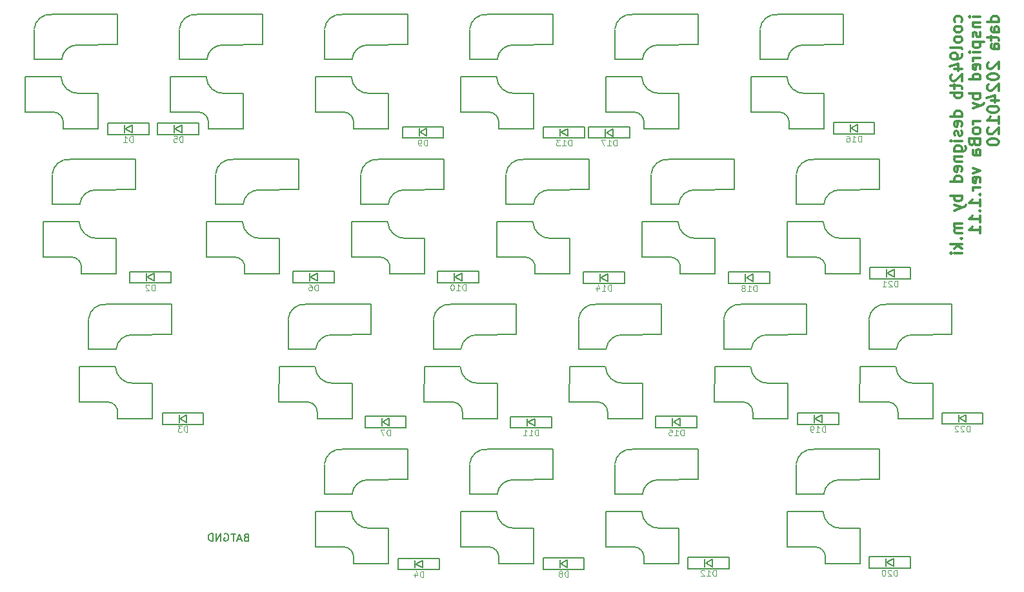
<source format=gbr>
%TF.GenerationSoftware,KiCad,Pcbnew,8.0.7*%
%TF.CreationDate,2025-01-20T20:00:10+09:00*%
%TF.ProjectId,cool937tb_L,636f6f6c-3933-4377-9462-5f4c2e6b6963,rev?*%
%TF.SameCoordinates,Original*%
%TF.FileFunction,Legend,Bot*%
%TF.FilePolarity,Positive*%
%FSLAX46Y46*%
G04 Gerber Fmt 4.6, Leading zero omitted, Abs format (unit mm)*
G04 Created by KiCad (PCBNEW 8.0.7) date 2025-01-20 20:00:10*
%MOMM*%
%LPD*%
G01*
G04 APERTURE LIST*
%ADD10C,0.300000*%
%ADD11C,0.125000*%
%ADD12C,0.150000*%
G04 APERTURE END LIST*
D10*
X115579568Y5842632D02*
X115650996Y5985489D01*
X115650996Y5985489D02*
X115650996Y6271203D01*
X115650996Y6271203D02*
X115579568Y6414060D01*
X115579568Y6414060D02*
X115508139Y6485489D01*
X115508139Y6485489D02*
X115365282Y6556917D01*
X115365282Y6556917D02*
X114936710Y6556917D01*
X114936710Y6556917D02*
X114793853Y6485489D01*
X114793853Y6485489D02*
X114722425Y6414060D01*
X114722425Y6414060D02*
X114650996Y6271203D01*
X114650996Y6271203D02*
X114650996Y5985489D01*
X114650996Y5985489D02*
X114722425Y5842632D01*
X115650996Y4985489D02*
X115579568Y5128346D01*
X115579568Y5128346D02*
X115508139Y5199775D01*
X115508139Y5199775D02*
X115365282Y5271203D01*
X115365282Y5271203D02*
X114936710Y5271203D01*
X114936710Y5271203D02*
X114793853Y5199775D01*
X114793853Y5199775D02*
X114722425Y5128346D01*
X114722425Y5128346D02*
X114650996Y4985489D01*
X114650996Y4985489D02*
X114650996Y4771203D01*
X114650996Y4771203D02*
X114722425Y4628346D01*
X114722425Y4628346D02*
X114793853Y4556918D01*
X114793853Y4556918D02*
X114936710Y4485489D01*
X114936710Y4485489D02*
X115365282Y4485489D01*
X115365282Y4485489D02*
X115508139Y4556918D01*
X115508139Y4556918D02*
X115579568Y4628346D01*
X115579568Y4628346D02*
X115650996Y4771203D01*
X115650996Y4771203D02*
X115650996Y4985489D01*
X115650996Y3628346D02*
X115579568Y3771203D01*
X115579568Y3771203D02*
X115508139Y3842632D01*
X115508139Y3842632D02*
X115365282Y3914060D01*
X115365282Y3914060D02*
X114936710Y3914060D01*
X114936710Y3914060D02*
X114793853Y3842632D01*
X114793853Y3842632D02*
X114722425Y3771203D01*
X114722425Y3771203D02*
X114650996Y3628346D01*
X114650996Y3628346D02*
X114650996Y3414060D01*
X114650996Y3414060D02*
X114722425Y3271203D01*
X114722425Y3271203D02*
X114793853Y3199775D01*
X114793853Y3199775D02*
X114936710Y3128346D01*
X114936710Y3128346D02*
X115365282Y3128346D01*
X115365282Y3128346D02*
X115508139Y3199775D01*
X115508139Y3199775D02*
X115579568Y3271203D01*
X115579568Y3271203D02*
X115650996Y3414060D01*
X115650996Y3414060D02*
X115650996Y3628346D01*
X115650996Y2271203D02*
X115579568Y2414060D01*
X115579568Y2414060D02*
X115436710Y2485489D01*
X115436710Y2485489D02*
X114150996Y2485489D01*
X115650996Y1628346D02*
X115650996Y1342632D01*
X115650996Y1342632D02*
X115579568Y1199775D01*
X115579568Y1199775D02*
X115508139Y1128346D01*
X115508139Y1128346D02*
X115293853Y985489D01*
X115293853Y985489D02*
X115008139Y914060D01*
X115008139Y914060D02*
X114436710Y914060D01*
X114436710Y914060D02*
X114293853Y985489D01*
X114293853Y985489D02*
X114222425Y1056918D01*
X114222425Y1056918D02*
X114150996Y1199775D01*
X114150996Y1199775D02*
X114150996Y1485489D01*
X114150996Y1485489D02*
X114222425Y1628346D01*
X114222425Y1628346D02*
X114293853Y1699775D01*
X114293853Y1699775D02*
X114436710Y1771203D01*
X114436710Y1771203D02*
X114793853Y1771203D01*
X114793853Y1771203D02*
X114936710Y1699775D01*
X114936710Y1699775D02*
X115008139Y1628346D01*
X115008139Y1628346D02*
X115079568Y1485489D01*
X115079568Y1485489D02*
X115079568Y1199775D01*
X115079568Y1199775D02*
X115008139Y1056918D01*
X115008139Y1056918D02*
X114936710Y985489D01*
X114936710Y985489D02*
X114793853Y914060D01*
X114650996Y-371653D02*
X115650996Y-371653D01*
X114079568Y-14510D02*
X115150996Y342632D01*
X115150996Y342632D02*
X115150996Y-585938D01*
X114293853Y-1085938D02*
X114222425Y-1157366D01*
X114222425Y-1157366D02*
X114150996Y-1300224D01*
X114150996Y-1300224D02*
X114150996Y-1657366D01*
X114150996Y-1657366D02*
X114222425Y-1800224D01*
X114222425Y-1800224D02*
X114293853Y-1871652D01*
X114293853Y-1871652D02*
X114436710Y-1943081D01*
X114436710Y-1943081D02*
X114579568Y-1943081D01*
X114579568Y-1943081D02*
X114793853Y-1871652D01*
X114793853Y-1871652D02*
X115650996Y-1014509D01*
X115650996Y-1014509D02*
X115650996Y-1943081D01*
X114650996Y-2371652D02*
X114650996Y-2943080D01*
X114150996Y-2585937D02*
X115436710Y-2585937D01*
X115436710Y-2585937D02*
X115579568Y-2657366D01*
X115579568Y-2657366D02*
X115650996Y-2800223D01*
X115650996Y-2800223D02*
X115650996Y-2943080D01*
X115650996Y-3443080D02*
X114150996Y-3443080D01*
X114722425Y-3443080D02*
X114650996Y-3585938D01*
X114650996Y-3585938D02*
X114650996Y-3871652D01*
X114650996Y-3871652D02*
X114722425Y-4014509D01*
X114722425Y-4014509D02*
X114793853Y-4085938D01*
X114793853Y-4085938D02*
X114936710Y-4157366D01*
X114936710Y-4157366D02*
X115365282Y-4157366D01*
X115365282Y-4157366D02*
X115508139Y-4085938D01*
X115508139Y-4085938D02*
X115579568Y-4014509D01*
X115579568Y-4014509D02*
X115650996Y-3871652D01*
X115650996Y-3871652D02*
X115650996Y-3585938D01*
X115650996Y-3585938D02*
X115579568Y-3443080D01*
X115650996Y-6585938D02*
X114150996Y-6585938D01*
X115579568Y-6585938D02*
X115650996Y-6443080D01*
X115650996Y-6443080D02*
X115650996Y-6157366D01*
X115650996Y-6157366D02*
X115579568Y-6014509D01*
X115579568Y-6014509D02*
X115508139Y-5943080D01*
X115508139Y-5943080D02*
X115365282Y-5871652D01*
X115365282Y-5871652D02*
X114936710Y-5871652D01*
X114936710Y-5871652D02*
X114793853Y-5943080D01*
X114793853Y-5943080D02*
X114722425Y-6014509D01*
X114722425Y-6014509D02*
X114650996Y-6157366D01*
X114650996Y-6157366D02*
X114650996Y-6443080D01*
X114650996Y-6443080D02*
X114722425Y-6585938D01*
X115579568Y-7871652D02*
X115650996Y-7728795D01*
X115650996Y-7728795D02*
X115650996Y-7443081D01*
X115650996Y-7443081D02*
X115579568Y-7300223D01*
X115579568Y-7300223D02*
X115436710Y-7228795D01*
X115436710Y-7228795D02*
X114865282Y-7228795D01*
X114865282Y-7228795D02*
X114722425Y-7300223D01*
X114722425Y-7300223D02*
X114650996Y-7443081D01*
X114650996Y-7443081D02*
X114650996Y-7728795D01*
X114650996Y-7728795D02*
X114722425Y-7871652D01*
X114722425Y-7871652D02*
X114865282Y-7943081D01*
X114865282Y-7943081D02*
X115008139Y-7943081D01*
X115008139Y-7943081D02*
X115150996Y-7228795D01*
X115579568Y-8514509D02*
X115650996Y-8657366D01*
X115650996Y-8657366D02*
X115650996Y-8943080D01*
X115650996Y-8943080D02*
X115579568Y-9085937D01*
X115579568Y-9085937D02*
X115436710Y-9157366D01*
X115436710Y-9157366D02*
X115365282Y-9157366D01*
X115365282Y-9157366D02*
X115222425Y-9085937D01*
X115222425Y-9085937D02*
X115150996Y-8943080D01*
X115150996Y-8943080D02*
X115150996Y-8728795D01*
X115150996Y-8728795D02*
X115079568Y-8585937D01*
X115079568Y-8585937D02*
X114936710Y-8514509D01*
X114936710Y-8514509D02*
X114865282Y-8514509D01*
X114865282Y-8514509D02*
X114722425Y-8585937D01*
X114722425Y-8585937D02*
X114650996Y-8728795D01*
X114650996Y-8728795D02*
X114650996Y-8943080D01*
X114650996Y-8943080D02*
X114722425Y-9085937D01*
X115650996Y-9800223D02*
X114650996Y-9800223D01*
X114150996Y-9800223D02*
X114222425Y-9728795D01*
X114222425Y-9728795D02*
X114293853Y-9800223D01*
X114293853Y-9800223D02*
X114222425Y-9871652D01*
X114222425Y-9871652D02*
X114150996Y-9800223D01*
X114150996Y-9800223D02*
X114293853Y-9800223D01*
X114650996Y-11157367D02*
X115865282Y-11157367D01*
X115865282Y-11157367D02*
X116008139Y-11085938D01*
X116008139Y-11085938D02*
X116079568Y-11014509D01*
X116079568Y-11014509D02*
X116150996Y-10871652D01*
X116150996Y-10871652D02*
X116150996Y-10657367D01*
X116150996Y-10657367D02*
X116079568Y-10514509D01*
X115579568Y-11157367D02*
X115650996Y-11014509D01*
X115650996Y-11014509D02*
X115650996Y-10728795D01*
X115650996Y-10728795D02*
X115579568Y-10585938D01*
X115579568Y-10585938D02*
X115508139Y-10514509D01*
X115508139Y-10514509D02*
X115365282Y-10443081D01*
X115365282Y-10443081D02*
X114936710Y-10443081D01*
X114936710Y-10443081D02*
X114793853Y-10514509D01*
X114793853Y-10514509D02*
X114722425Y-10585938D01*
X114722425Y-10585938D02*
X114650996Y-10728795D01*
X114650996Y-10728795D02*
X114650996Y-11014509D01*
X114650996Y-11014509D02*
X114722425Y-11157367D01*
X114650996Y-11871652D02*
X115650996Y-11871652D01*
X114793853Y-11871652D02*
X114722425Y-11943081D01*
X114722425Y-11943081D02*
X114650996Y-12085938D01*
X114650996Y-12085938D02*
X114650996Y-12300224D01*
X114650996Y-12300224D02*
X114722425Y-12443081D01*
X114722425Y-12443081D02*
X114865282Y-12514510D01*
X114865282Y-12514510D02*
X115650996Y-12514510D01*
X115579568Y-13800224D02*
X115650996Y-13657367D01*
X115650996Y-13657367D02*
X115650996Y-13371653D01*
X115650996Y-13371653D02*
X115579568Y-13228795D01*
X115579568Y-13228795D02*
X115436710Y-13157367D01*
X115436710Y-13157367D02*
X114865282Y-13157367D01*
X114865282Y-13157367D02*
X114722425Y-13228795D01*
X114722425Y-13228795D02*
X114650996Y-13371653D01*
X114650996Y-13371653D02*
X114650996Y-13657367D01*
X114650996Y-13657367D02*
X114722425Y-13800224D01*
X114722425Y-13800224D02*
X114865282Y-13871653D01*
X114865282Y-13871653D02*
X115008139Y-13871653D01*
X115008139Y-13871653D02*
X115150996Y-13157367D01*
X115650996Y-15157367D02*
X114150996Y-15157367D01*
X115579568Y-15157367D02*
X115650996Y-15014509D01*
X115650996Y-15014509D02*
X115650996Y-14728795D01*
X115650996Y-14728795D02*
X115579568Y-14585938D01*
X115579568Y-14585938D02*
X115508139Y-14514509D01*
X115508139Y-14514509D02*
X115365282Y-14443081D01*
X115365282Y-14443081D02*
X114936710Y-14443081D01*
X114936710Y-14443081D02*
X114793853Y-14514509D01*
X114793853Y-14514509D02*
X114722425Y-14585938D01*
X114722425Y-14585938D02*
X114650996Y-14728795D01*
X114650996Y-14728795D02*
X114650996Y-15014509D01*
X114650996Y-15014509D02*
X114722425Y-15157367D01*
X115650996Y-17014509D02*
X114150996Y-17014509D01*
X114722425Y-17014509D02*
X114650996Y-17157367D01*
X114650996Y-17157367D02*
X114650996Y-17443081D01*
X114650996Y-17443081D02*
X114722425Y-17585938D01*
X114722425Y-17585938D02*
X114793853Y-17657367D01*
X114793853Y-17657367D02*
X114936710Y-17728795D01*
X114936710Y-17728795D02*
X115365282Y-17728795D01*
X115365282Y-17728795D02*
X115508139Y-17657367D01*
X115508139Y-17657367D02*
X115579568Y-17585938D01*
X115579568Y-17585938D02*
X115650996Y-17443081D01*
X115650996Y-17443081D02*
X115650996Y-17157367D01*
X115650996Y-17157367D02*
X115579568Y-17014509D01*
X114650996Y-18228795D02*
X115650996Y-18585938D01*
X114650996Y-18943081D02*
X115650996Y-18585938D01*
X115650996Y-18585938D02*
X116008139Y-18443081D01*
X116008139Y-18443081D02*
X116079568Y-18371652D01*
X116079568Y-18371652D02*
X116150996Y-18228795D01*
X115650996Y-20657366D02*
X114650996Y-20657366D01*
X114793853Y-20657366D02*
X114722425Y-20728795D01*
X114722425Y-20728795D02*
X114650996Y-20871652D01*
X114650996Y-20871652D02*
X114650996Y-21085938D01*
X114650996Y-21085938D02*
X114722425Y-21228795D01*
X114722425Y-21228795D02*
X114865282Y-21300224D01*
X114865282Y-21300224D02*
X115650996Y-21300224D01*
X114865282Y-21300224D02*
X114722425Y-21371652D01*
X114722425Y-21371652D02*
X114650996Y-21514509D01*
X114650996Y-21514509D02*
X114650996Y-21728795D01*
X114650996Y-21728795D02*
X114722425Y-21871652D01*
X114722425Y-21871652D02*
X114865282Y-21943081D01*
X114865282Y-21943081D02*
X115650996Y-21943081D01*
X115508139Y-22657366D02*
X115579568Y-22728795D01*
X115579568Y-22728795D02*
X115650996Y-22657366D01*
X115650996Y-22657366D02*
X115579568Y-22585938D01*
X115579568Y-22585938D02*
X115508139Y-22657366D01*
X115508139Y-22657366D02*
X115650996Y-22657366D01*
X115650996Y-23371652D02*
X114150996Y-23371652D01*
X115079568Y-23514510D02*
X115650996Y-23943081D01*
X114650996Y-23943081D02*
X115222425Y-23371652D01*
X115650996Y-24585938D02*
X114650996Y-24585938D01*
X114150996Y-24585938D02*
X114222425Y-24514510D01*
X114222425Y-24514510D02*
X114293853Y-24585938D01*
X114293853Y-24585938D02*
X114222425Y-24657367D01*
X114222425Y-24657367D02*
X114150996Y-24585938D01*
X114150996Y-24585938D02*
X114293853Y-24585938D01*
X118065912Y6485489D02*
X117065912Y6485489D01*
X116565912Y6485489D02*
X116637341Y6556917D01*
X116637341Y6556917D02*
X116708769Y6485489D01*
X116708769Y6485489D02*
X116637341Y6414060D01*
X116637341Y6414060D02*
X116565912Y6485489D01*
X116565912Y6485489D02*
X116708769Y6485489D01*
X117065912Y5771203D02*
X118065912Y5771203D01*
X117208769Y5771203D02*
X117137341Y5699774D01*
X117137341Y5699774D02*
X117065912Y5556917D01*
X117065912Y5556917D02*
X117065912Y5342631D01*
X117065912Y5342631D02*
X117137341Y5199774D01*
X117137341Y5199774D02*
X117280198Y5128346D01*
X117280198Y5128346D02*
X118065912Y5128346D01*
X117994484Y4485488D02*
X118065912Y4342631D01*
X118065912Y4342631D02*
X118065912Y4056917D01*
X118065912Y4056917D02*
X117994484Y3914060D01*
X117994484Y3914060D02*
X117851626Y3842631D01*
X117851626Y3842631D02*
X117780198Y3842631D01*
X117780198Y3842631D02*
X117637341Y3914060D01*
X117637341Y3914060D02*
X117565912Y4056917D01*
X117565912Y4056917D02*
X117565912Y4271203D01*
X117565912Y4271203D02*
X117494484Y4414060D01*
X117494484Y4414060D02*
X117351626Y4485488D01*
X117351626Y4485488D02*
X117280198Y4485488D01*
X117280198Y4485488D02*
X117137341Y4414060D01*
X117137341Y4414060D02*
X117065912Y4271203D01*
X117065912Y4271203D02*
X117065912Y4056917D01*
X117065912Y4056917D02*
X117137341Y3914060D01*
X117065912Y3199774D02*
X118565912Y3199774D01*
X117137341Y3199774D02*
X117065912Y3056917D01*
X117065912Y3056917D02*
X117065912Y2771202D01*
X117065912Y2771202D02*
X117137341Y2628345D01*
X117137341Y2628345D02*
X117208769Y2556917D01*
X117208769Y2556917D02*
X117351626Y2485488D01*
X117351626Y2485488D02*
X117780198Y2485488D01*
X117780198Y2485488D02*
X117923055Y2556917D01*
X117923055Y2556917D02*
X117994484Y2628345D01*
X117994484Y2628345D02*
X118065912Y2771202D01*
X118065912Y2771202D02*
X118065912Y3056917D01*
X118065912Y3056917D02*
X117994484Y3199774D01*
X118065912Y1842631D02*
X117065912Y1842631D01*
X116565912Y1842631D02*
X116637341Y1914059D01*
X116637341Y1914059D02*
X116708769Y1842631D01*
X116708769Y1842631D02*
X116637341Y1771202D01*
X116637341Y1771202D02*
X116565912Y1842631D01*
X116565912Y1842631D02*
X116708769Y1842631D01*
X118065912Y1128345D02*
X117065912Y1128345D01*
X117351626Y1128345D02*
X117208769Y1056916D01*
X117208769Y1056916D02*
X117137341Y985488D01*
X117137341Y985488D02*
X117065912Y842630D01*
X117065912Y842630D02*
X117065912Y699773D01*
X117994484Y-371654D02*
X118065912Y-228797D01*
X118065912Y-228797D02*
X118065912Y56917D01*
X118065912Y56917D02*
X117994484Y199774D01*
X117994484Y199774D02*
X117851626Y271202D01*
X117851626Y271202D02*
X117280198Y271202D01*
X117280198Y271202D02*
X117137341Y199774D01*
X117137341Y199774D02*
X117065912Y56917D01*
X117065912Y56917D02*
X117065912Y-228797D01*
X117065912Y-228797D02*
X117137341Y-371654D01*
X117137341Y-371654D02*
X117280198Y-443083D01*
X117280198Y-443083D02*
X117423055Y-443083D01*
X117423055Y-443083D02*
X117565912Y271202D01*
X118065912Y-1728797D02*
X116565912Y-1728797D01*
X117994484Y-1728797D02*
X118065912Y-1585939D01*
X118065912Y-1585939D02*
X118065912Y-1300225D01*
X118065912Y-1300225D02*
X117994484Y-1157368D01*
X117994484Y-1157368D02*
X117923055Y-1085939D01*
X117923055Y-1085939D02*
X117780198Y-1014511D01*
X117780198Y-1014511D02*
X117351626Y-1014511D01*
X117351626Y-1014511D02*
X117208769Y-1085939D01*
X117208769Y-1085939D02*
X117137341Y-1157368D01*
X117137341Y-1157368D02*
X117065912Y-1300225D01*
X117065912Y-1300225D02*
X117065912Y-1585939D01*
X117065912Y-1585939D02*
X117137341Y-1728797D01*
X118065912Y-3585939D02*
X116565912Y-3585939D01*
X117137341Y-3585939D02*
X117065912Y-3728797D01*
X117065912Y-3728797D02*
X117065912Y-4014511D01*
X117065912Y-4014511D02*
X117137341Y-4157368D01*
X117137341Y-4157368D02*
X117208769Y-4228797D01*
X117208769Y-4228797D02*
X117351626Y-4300225D01*
X117351626Y-4300225D02*
X117780198Y-4300225D01*
X117780198Y-4300225D02*
X117923055Y-4228797D01*
X117923055Y-4228797D02*
X117994484Y-4157368D01*
X117994484Y-4157368D02*
X118065912Y-4014511D01*
X118065912Y-4014511D02*
X118065912Y-3728797D01*
X118065912Y-3728797D02*
X117994484Y-3585939D01*
X117065912Y-4800225D02*
X118065912Y-5157368D01*
X117065912Y-5514511D02*
X118065912Y-5157368D01*
X118065912Y-5157368D02*
X118423055Y-5014511D01*
X118423055Y-5014511D02*
X118494484Y-4943082D01*
X118494484Y-4943082D02*
X118565912Y-4800225D01*
X118065912Y-7228796D02*
X117065912Y-7228796D01*
X117351626Y-7228796D02*
X117208769Y-7300225D01*
X117208769Y-7300225D02*
X117137341Y-7371654D01*
X117137341Y-7371654D02*
X117065912Y-7514511D01*
X117065912Y-7514511D02*
X117065912Y-7657368D01*
X118065912Y-8371653D02*
X117994484Y-8228796D01*
X117994484Y-8228796D02*
X117923055Y-8157367D01*
X117923055Y-8157367D02*
X117780198Y-8085939D01*
X117780198Y-8085939D02*
X117351626Y-8085939D01*
X117351626Y-8085939D02*
X117208769Y-8157367D01*
X117208769Y-8157367D02*
X117137341Y-8228796D01*
X117137341Y-8228796D02*
X117065912Y-8371653D01*
X117065912Y-8371653D02*
X117065912Y-8585939D01*
X117065912Y-8585939D02*
X117137341Y-8728796D01*
X117137341Y-8728796D02*
X117208769Y-8800225D01*
X117208769Y-8800225D02*
X117351626Y-8871653D01*
X117351626Y-8871653D02*
X117780198Y-8871653D01*
X117780198Y-8871653D02*
X117923055Y-8800225D01*
X117923055Y-8800225D02*
X117994484Y-8728796D01*
X117994484Y-8728796D02*
X118065912Y-8585939D01*
X118065912Y-8585939D02*
X118065912Y-8371653D01*
X117280198Y-10014510D02*
X117351626Y-10228796D01*
X117351626Y-10228796D02*
X117423055Y-10300225D01*
X117423055Y-10300225D02*
X117565912Y-10371653D01*
X117565912Y-10371653D02*
X117780198Y-10371653D01*
X117780198Y-10371653D02*
X117923055Y-10300225D01*
X117923055Y-10300225D02*
X117994484Y-10228796D01*
X117994484Y-10228796D02*
X118065912Y-10085939D01*
X118065912Y-10085939D02*
X118065912Y-9514510D01*
X118065912Y-9514510D02*
X116565912Y-9514510D01*
X116565912Y-9514510D02*
X116565912Y-10014510D01*
X116565912Y-10014510D02*
X116637341Y-10157368D01*
X116637341Y-10157368D02*
X116708769Y-10228796D01*
X116708769Y-10228796D02*
X116851626Y-10300225D01*
X116851626Y-10300225D02*
X116994484Y-10300225D01*
X116994484Y-10300225D02*
X117137341Y-10228796D01*
X117137341Y-10228796D02*
X117208769Y-10157368D01*
X117208769Y-10157368D02*
X117280198Y-10014510D01*
X117280198Y-10014510D02*
X117280198Y-9514510D01*
X118065912Y-11657368D02*
X117280198Y-11657368D01*
X117280198Y-11657368D02*
X117137341Y-11585939D01*
X117137341Y-11585939D02*
X117065912Y-11443082D01*
X117065912Y-11443082D02*
X117065912Y-11157368D01*
X117065912Y-11157368D02*
X117137341Y-11014510D01*
X117994484Y-11657368D02*
X118065912Y-11514510D01*
X118065912Y-11514510D02*
X118065912Y-11157368D01*
X118065912Y-11157368D02*
X117994484Y-11014510D01*
X117994484Y-11014510D02*
X117851626Y-10943082D01*
X117851626Y-10943082D02*
X117708769Y-10943082D01*
X117708769Y-10943082D02*
X117565912Y-11014510D01*
X117565912Y-11014510D02*
X117494484Y-11157368D01*
X117494484Y-11157368D02*
X117494484Y-11514510D01*
X117494484Y-11514510D02*
X117423055Y-11657368D01*
X117065912Y-13371653D02*
X118065912Y-13728796D01*
X118065912Y-13728796D02*
X117065912Y-14085939D01*
X117994484Y-15228796D02*
X118065912Y-15085939D01*
X118065912Y-15085939D02*
X118065912Y-14800225D01*
X118065912Y-14800225D02*
X117994484Y-14657367D01*
X117994484Y-14657367D02*
X117851626Y-14585939D01*
X117851626Y-14585939D02*
X117280198Y-14585939D01*
X117280198Y-14585939D02*
X117137341Y-14657367D01*
X117137341Y-14657367D02*
X117065912Y-14800225D01*
X117065912Y-14800225D02*
X117065912Y-15085939D01*
X117065912Y-15085939D02*
X117137341Y-15228796D01*
X117137341Y-15228796D02*
X117280198Y-15300225D01*
X117280198Y-15300225D02*
X117423055Y-15300225D01*
X117423055Y-15300225D02*
X117565912Y-14585939D01*
X118065912Y-15943081D02*
X117065912Y-15943081D01*
X117351626Y-15943081D02*
X117208769Y-16014510D01*
X117208769Y-16014510D02*
X117137341Y-16085939D01*
X117137341Y-16085939D02*
X117065912Y-16228796D01*
X117065912Y-16228796D02*
X117065912Y-16371653D01*
X117923055Y-16871652D02*
X117994484Y-16943081D01*
X117994484Y-16943081D02*
X118065912Y-16871652D01*
X118065912Y-16871652D02*
X117994484Y-16800224D01*
X117994484Y-16800224D02*
X117923055Y-16871652D01*
X117923055Y-16871652D02*
X118065912Y-16871652D01*
X118065912Y-18371653D02*
X118065912Y-17514510D01*
X118065912Y-17943081D02*
X116565912Y-17943081D01*
X116565912Y-17943081D02*
X116780198Y-17800224D01*
X116780198Y-17800224D02*
X116923055Y-17657367D01*
X116923055Y-17657367D02*
X116994484Y-17514510D01*
X117923055Y-19014509D02*
X117994484Y-19085938D01*
X117994484Y-19085938D02*
X118065912Y-19014509D01*
X118065912Y-19014509D02*
X117994484Y-18943081D01*
X117994484Y-18943081D02*
X117923055Y-19014509D01*
X117923055Y-19014509D02*
X118065912Y-19014509D01*
X118065912Y-20514510D02*
X118065912Y-19657367D01*
X118065912Y-20085938D02*
X116565912Y-20085938D01*
X116565912Y-20085938D02*
X116780198Y-19943081D01*
X116780198Y-19943081D02*
X116923055Y-19800224D01*
X116923055Y-19800224D02*
X116994484Y-19657367D01*
X118065912Y-21943081D02*
X118065912Y-21085938D01*
X118065912Y-21514509D02*
X116565912Y-21514509D01*
X116565912Y-21514509D02*
X116780198Y-21371652D01*
X116780198Y-21371652D02*
X116923055Y-21228795D01*
X116923055Y-21228795D02*
X116994484Y-21085938D01*
X120480828Y5842632D02*
X118980828Y5842632D01*
X120409400Y5842632D02*
X120480828Y5985489D01*
X120480828Y5985489D02*
X120480828Y6271203D01*
X120480828Y6271203D02*
X120409400Y6414060D01*
X120409400Y6414060D02*
X120337971Y6485489D01*
X120337971Y6485489D02*
X120195114Y6556917D01*
X120195114Y6556917D02*
X119766542Y6556917D01*
X119766542Y6556917D02*
X119623685Y6485489D01*
X119623685Y6485489D02*
X119552257Y6414060D01*
X119552257Y6414060D02*
X119480828Y6271203D01*
X119480828Y6271203D02*
X119480828Y5985489D01*
X119480828Y5985489D02*
X119552257Y5842632D01*
X120480828Y4485489D02*
X119695114Y4485489D01*
X119695114Y4485489D02*
X119552257Y4556917D01*
X119552257Y4556917D02*
X119480828Y4699774D01*
X119480828Y4699774D02*
X119480828Y4985489D01*
X119480828Y4985489D02*
X119552257Y5128346D01*
X120409400Y4485489D02*
X120480828Y4628346D01*
X120480828Y4628346D02*
X120480828Y4985489D01*
X120480828Y4985489D02*
X120409400Y5128346D01*
X120409400Y5128346D02*
X120266542Y5199774D01*
X120266542Y5199774D02*
X120123685Y5199774D01*
X120123685Y5199774D02*
X119980828Y5128346D01*
X119980828Y5128346D02*
X119909400Y4985489D01*
X119909400Y4985489D02*
X119909400Y4628346D01*
X119909400Y4628346D02*
X119837971Y4485489D01*
X119480828Y3985488D02*
X119480828Y3414060D01*
X118980828Y3771203D02*
X120266542Y3771203D01*
X120266542Y3771203D02*
X120409400Y3699774D01*
X120409400Y3699774D02*
X120480828Y3556917D01*
X120480828Y3556917D02*
X120480828Y3414060D01*
X120480828Y2271203D02*
X119695114Y2271203D01*
X119695114Y2271203D02*
X119552257Y2342631D01*
X119552257Y2342631D02*
X119480828Y2485488D01*
X119480828Y2485488D02*
X119480828Y2771203D01*
X119480828Y2771203D02*
X119552257Y2914060D01*
X120409400Y2271203D02*
X120480828Y2414060D01*
X120480828Y2414060D02*
X120480828Y2771203D01*
X120480828Y2771203D02*
X120409400Y2914060D01*
X120409400Y2914060D02*
X120266542Y2985488D01*
X120266542Y2985488D02*
X120123685Y2985488D01*
X120123685Y2985488D02*
X119980828Y2914060D01*
X119980828Y2914060D02*
X119909400Y2771203D01*
X119909400Y2771203D02*
X119909400Y2414060D01*
X119909400Y2414060D02*
X119837971Y2271203D01*
X119123685Y485488D02*
X119052257Y414060D01*
X119052257Y414060D02*
X118980828Y271203D01*
X118980828Y271203D02*
X118980828Y-85939D01*
X118980828Y-85939D02*
X119052257Y-228797D01*
X119052257Y-228797D02*
X119123685Y-300225D01*
X119123685Y-300225D02*
X119266542Y-371654D01*
X119266542Y-371654D02*
X119409400Y-371654D01*
X119409400Y-371654D02*
X119623685Y-300225D01*
X119623685Y-300225D02*
X120480828Y556917D01*
X120480828Y556917D02*
X120480828Y-371654D01*
X118980828Y-1300225D02*
X118980828Y-1443082D01*
X118980828Y-1443082D02*
X119052257Y-1585939D01*
X119052257Y-1585939D02*
X119123685Y-1657368D01*
X119123685Y-1657368D02*
X119266542Y-1728796D01*
X119266542Y-1728796D02*
X119552257Y-1800225D01*
X119552257Y-1800225D02*
X119909400Y-1800225D01*
X119909400Y-1800225D02*
X120195114Y-1728796D01*
X120195114Y-1728796D02*
X120337971Y-1657368D01*
X120337971Y-1657368D02*
X120409400Y-1585939D01*
X120409400Y-1585939D02*
X120480828Y-1443082D01*
X120480828Y-1443082D02*
X120480828Y-1300225D01*
X120480828Y-1300225D02*
X120409400Y-1157368D01*
X120409400Y-1157368D02*
X120337971Y-1085939D01*
X120337971Y-1085939D02*
X120195114Y-1014510D01*
X120195114Y-1014510D02*
X119909400Y-943082D01*
X119909400Y-943082D02*
X119552257Y-943082D01*
X119552257Y-943082D02*
X119266542Y-1014510D01*
X119266542Y-1014510D02*
X119123685Y-1085939D01*
X119123685Y-1085939D02*
X119052257Y-1157368D01*
X119052257Y-1157368D02*
X118980828Y-1300225D01*
X119123685Y-2371653D02*
X119052257Y-2443081D01*
X119052257Y-2443081D02*
X118980828Y-2585939D01*
X118980828Y-2585939D02*
X118980828Y-2943081D01*
X118980828Y-2943081D02*
X119052257Y-3085939D01*
X119052257Y-3085939D02*
X119123685Y-3157367D01*
X119123685Y-3157367D02*
X119266542Y-3228796D01*
X119266542Y-3228796D02*
X119409400Y-3228796D01*
X119409400Y-3228796D02*
X119623685Y-3157367D01*
X119623685Y-3157367D02*
X120480828Y-2300224D01*
X120480828Y-2300224D02*
X120480828Y-3228796D01*
X119480828Y-4514510D02*
X120480828Y-4514510D01*
X118909400Y-4157367D02*
X119980828Y-3800224D01*
X119980828Y-3800224D02*
X119980828Y-4728795D01*
X118980828Y-5585938D02*
X118980828Y-5728795D01*
X118980828Y-5728795D02*
X119052257Y-5871652D01*
X119052257Y-5871652D02*
X119123685Y-5943081D01*
X119123685Y-5943081D02*
X119266542Y-6014509D01*
X119266542Y-6014509D02*
X119552257Y-6085938D01*
X119552257Y-6085938D02*
X119909400Y-6085938D01*
X119909400Y-6085938D02*
X120195114Y-6014509D01*
X120195114Y-6014509D02*
X120337971Y-5943081D01*
X120337971Y-5943081D02*
X120409400Y-5871652D01*
X120409400Y-5871652D02*
X120480828Y-5728795D01*
X120480828Y-5728795D02*
X120480828Y-5585938D01*
X120480828Y-5585938D02*
X120409400Y-5443081D01*
X120409400Y-5443081D02*
X120337971Y-5371652D01*
X120337971Y-5371652D02*
X120195114Y-5300223D01*
X120195114Y-5300223D02*
X119909400Y-5228795D01*
X119909400Y-5228795D02*
X119552257Y-5228795D01*
X119552257Y-5228795D02*
X119266542Y-5300223D01*
X119266542Y-5300223D02*
X119123685Y-5371652D01*
X119123685Y-5371652D02*
X119052257Y-5443081D01*
X119052257Y-5443081D02*
X118980828Y-5585938D01*
X120480828Y-7514509D02*
X120480828Y-6657366D01*
X120480828Y-7085937D02*
X118980828Y-7085937D01*
X118980828Y-7085937D02*
X119195114Y-6943080D01*
X119195114Y-6943080D02*
X119337971Y-6800223D01*
X119337971Y-6800223D02*
X119409400Y-6657366D01*
X119123685Y-8085937D02*
X119052257Y-8157365D01*
X119052257Y-8157365D02*
X118980828Y-8300223D01*
X118980828Y-8300223D02*
X118980828Y-8657365D01*
X118980828Y-8657365D02*
X119052257Y-8800223D01*
X119052257Y-8800223D02*
X119123685Y-8871651D01*
X119123685Y-8871651D02*
X119266542Y-8943080D01*
X119266542Y-8943080D02*
X119409400Y-8943080D01*
X119409400Y-8943080D02*
X119623685Y-8871651D01*
X119623685Y-8871651D02*
X120480828Y-8014508D01*
X120480828Y-8014508D02*
X120480828Y-8943080D01*
X118980828Y-9871651D02*
X118980828Y-10014508D01*
X118980828Y-10014508D02*
X119052257Y-10157365D01*
X119052257Y-10157365D02*
X119123685Y-10228794D01*
X119123685Y-10228794D02*
X119266542Y-10300222D01*
X119266542Y-10300222D02*
X119552257Y-10371651D01*
X119552257Y-10371651D02*
X119909400Y-10371651D01*
X119909400Y-10371651D02*
X120195114Y-10300222D01*
X120195114Y-10300222D02*
X120337971Y-10228794D01*
X120337971Y-10228794D02*
X120409400Y-10157365D01*
X120409400Y-10157365D02*
X120480828Y-10014508D01*
X120480828Y-10014508D02*
X120480828Y-9871651D01*
X120480828Y-9871651D02*
X120409400Y-9728794D01*
X120409400Y-9728794D02*
X120337971Y-9657365D01*
X120337971Y-9657365D02*
X120195114Y-9585936D01*
X120195114Y-9585936D02*
X119909400Y-9514508D01*
X119909400Y-9514508D02*
X119552257Y-9514508D01*
X119552257Y-9514508D02*
X119266542Y-9585936D01*
X119266542Y-9585936D02*
X119123685Y-9657365D01*
X119123685Y-9657365D02*
X119052257Y-9728794D01*
X119052257Y-9728794D02*
X118980828Y-9871651D01*
D11*
X6840475Y-9983595D02*
X6840475Y-9183595D01*
X6840475Y-9183595D02*
X6649999Y-9183595D01*
X6649999Y-9183595D02*
X6535713Y-9221690D01*
X6535713Y-9221690D02*
X6459523Y-9297880D01*
X6459523Y-9297880D02*
X6421428Y-9374071D01*
X6421428Y-9374071D02*
X6383332Y-9526452D01*
X6383332Y-9526452D02*
X6383332Y-9640738D01*
X6383332Y-9640738D02*
X6421428Y-9793119D01*
X6421428Y-9793119D02*
X6459523Y-9869309D01*
X6459523Y-9869309D02*
X6535713Y-9945500D01*
X6535713Y-9945500D02*
X6649999Y-9983595D01*
X6649999Y-9983595D02*
X6840475Y-9983595D01*
X5621428Y-9983595D02*
X6078571Y-9983595D01*
X5849999Y-9983595D02*
X5849999Y-9183595D01*
X5849999Y-9183595D02*
X5926190Y-9297880D01*
X5926190Y-9297880D02*
X6002380Y-9374071D01*
X6002380Y-9374071D02*
X6078571Y-9412166D01*
X97721428Y-48093595D02*
X97721428Y-47293595D01*
X97721428Y-47293595D02*
X97530952Y-47293595D01*
X97530952Y-47293595D02*
X97416666Y-47331690D01*
X97416666Y-47331690D02*
X97340476Y-47407880D01*
X97340476Y-47407880D02*
X97302381Y-47484071D01*
X97302381Y-47484071D02*
X97264285Y-47636452D01*
X97264285Y-47636452D02*
X97264285Y-47750738D01*
X97264285Y-47750738D02*
X97302381Y-47903119D01*
X97302381Y-47903119D02*
X97340476Y-47979309D01*
X97340476Y-47979309D02*
X97416666Y-48055500D01*
X97416666Y-48055500D02*
X97530952Y-48093595D01*
X97530952Y-48093595D02*
X97721428Y-48093595D01*
X96502381Y-48093595D02*
X96959524Y-48093595D01*
X96730952Y-48093595D02*
X96730952Y-47293595D01*
X96730952Y-47293595D02*
X96807143Y-47407880D01*
X96807143Y-47407880D02*
X96883333Y-47484071D01*
X96883333Y-47484071D02*
X96959524Y-47522166D01*
X96121428Y-48093595D02*
X95969047Y-48093595D01*
X95969047Y-48093595D02*
X95892857Y-48055500D01*
X95892857Y-48055500D02*
X95854761Y-48017404D01*
X95854761Y-48017404D02*
X95778571Y-47903119D01*
X95778571Y-47903119D02*
X95740476Y-47750738D01*
X95740476Y-47750738D02*
X95740476Y-47445976D01*
X95740476Y-47445976D02*
X95778571Y-47369785D01*
X95778571Y-47369785D02*
X95816666Y-47331690D01*
X95816666Y-47331690D02*
X95892857Y-47293595D01*
X95892857Y-47293595D02*
X96045238Y-47293595D01*
X96045238Y-47293595D02*
X96121428Y-47331690D01*
X96121428Y-47331690D02*
X96159523Y-47369785D01*
X96159523Y-47369785D02*
X96197619Y-47445976D01*
X96197619Y-47445976D02*
X96197619Y-47636452D01*
X96197619Y-47636452D02*
X96159523Y-47712642D01*
X96159523Y-47712642D02*
X96121428Y-47750738D01*
X96121428Y-47750738D02*
X96045238Y-47788833D01*
X96045238Y-47788833D02*
X95892857Y-47788833D01*
X95892857Y-47788833D02*
X95816666Y-47750738D01*
X95816666Y-47750738D02*
X95778571Y-47712642D01*
X95778571Y-47712642D02*
X95740476Y-47636452D01*
X31130475Y-29483595D02*
X31130475Y-28683595D01*
X31130475Y-28683595D02*
X30939999Y-28683595D01*
X30939999Y-28683595D02*
X30825713Y-28721690D01*
X30825713Y-28721690D02*
X30749523Y-28797880D01*
X30749523Y-28797880D02*
X30711428Y-28874071D01*
X30711428Y-28874071D02*
X30673332Y-29026452D01*
X30673332Y-29026452D02*
X30673332Y-29140738D01*
X30673332Y-29140738D02*
X30711428Y-29293119D01*
X30711428Y-29293119D02*
X30749523Y-29369309D01*
X30749523Y-29369309D02*
X30825713Y-29445500D01*
X30825713Y-29445500D02*
X30939999Y-29483595D01*
X30939999Y-29483595D02*
X31130475Y-29483595D01*
X29987618Y-28683595D02*
X30139999Y-28683595D01*
X30139999Y-28683595D02*
X30216190Y-28721690D01*
X30216190Y-28721690D02*
X30254285Y-28759785D01*
X30254285Y-28759785D02*
X30330475Y-28874071D01*
X30330475Y-28874071D02*
X30368571Y-29026452D01*
X30368571Y-29026452D02*
X30368571Y-29331214D01*
X30368571Y-29331214D02*
X30330475Y-29407404D01*
X30330475Y-29407404D02*
X30292380Y-29445500D01*
X30292380Y-29445500D02*
X30216190Y-29483595D01*
X30216190Y-29483595D02*
X30063809Y-29483595D01*
X30063809Y-29483595D02*
X29987618Y-29445500D01*
X29987618Y-29445500D02*
X29949523Y-29407404D01*
X29949523Y-29407404D02*
X29911428Y-29331214D01*
X29911428Y-29331214D02*
X29911428Y-29140738D01*
X29911428Y-29140738D02*
X29949523Y-29064547D01*
X29949523Y-29064547D02*
X29987618Y-29026452D01*
X29987618Y-29026452D02*
X30063809Y-28988357D01*
X30063809Y-28988357D02*
X30216190Y-28988357D01*
X30216190Y-28988357D02*
X30292380Y-29026452D01*
X30292380Y-29026452D02*
X30330475Y-29064547D01*
X30330475Y-29064547D02*
X30368571Y-29140738D01*
X64401428Y-10453595D02*
X64401428Y-9653595D01*
X64401428Y-9653595D02*
X64210952Y-9653595D01*
X64210952Y-9653595D02*
X64096666Y-9691690D01*
X64096666Y-9691690D02*
X64020476Y-9767880D01*
X64020476Y-9767880D02*
X63982381Y-9844071D01*
X63982381Y-9844071D02*
X63944285Y-9996452D01*
X63944285Y-9996452D02*
X63944285Y-10110738D01*
X63944285Y-10110738D02*
X63982381Y-10263119D01*
X63982381Y-10263119D02*
X64020476Y-10339309D01*
X64020476Y-10339309D02*
X64096666Y-10415500D01*
X64096666Y-10415500D02*
X64210952Y-10453595D01*
X64210952Y-10453595D02*
X64401428Y-10453595D01*
X63182381Y-10453595D02*
X63639524Y-10453595D01*
X63410952Y-10453595D02*
X63410952Y-9653595D01*
X63410952Y-9653595D02*
X63487143Y-9767880D01*
X63487143Y-9767880D02*
X63563333Y-9844071D01*
X63563333Y-9844071D02*
X63639524Y-9882166D01*
X62915714Y-9653595D02*
X62420476Y-9653595D01*
X62420476Y-9653595D02*
X62687142Y-9958357D01*
X62687142Y-9958357D02*
X62572857Y-9958357D01*
X62572857Y-9958357D02*
X62496666Y-9996452D01*
X62496666Y-9996452D02*
X62458571Y-10034547D01*
X62458571Y-10034547D02*
X62420476Y-10110738D01*
X62420476Y-10110738D02*
X62420476Y-10301214D01*
X62420476Y-10301214D02*
X62458571Y-10377404D01*
X62458571Y-10377404D02*
X62496666Y-10415500D01*
X62496666Y-10415500D02*
X62572857Y-10453595D01*
X62572857Y-10453595D02*
X62801428Y-10453595D01*
X62801428Y-10453595D02*
X62877619Y-10415500D01*
X62877619Y-10415500D02*
X62915714Y-10377404D01*
X50521428Y-29453595D02*
X50521428Y-28653595D01*
X50521428Y-28653595D02*
X50330952Y-28653595D01*
X50330952Y-28653595D02*
X50216666Y-28691690D01*
X50216666Y-28691690D02*
X50140476Y-28767880D01*
X50140476Y-28767880D02*
X50102381Y-28844071D01*
X50102381Y-28844071D02*
X50064285Y-28996452D01*
X50064285Y-28996452D02*
X50064285Y-29110738D01*
X50064285Y-29110738D02*
X50102381Y-29263119D01*
X50102381Y-29263119D02*
X50140476Y-29339309D01*
X50140476Y-29339309D02*
X50216666Y-29415500D01*
X50216666Y-29415500D02*
X50330952Y-29453595D01*
X50330952Y-29453595D02*
X50521428Y-29453595D01*
X49302381Y-29453595D02*
X49759524Y-29453595D01*
X49530952Y-29453595D02*
X49530952Y-28653595D01*
X49530952Y-28653595D02*
X49607143Y-28767880D01*
X49607143Y-28767880D02*
X49683333Y-28844071D01*
X49683333Y-28844071D02*
X49759524Y-28882166D01*
X48807142Y-28653595D02*
X48730952Y-28653595D01*
X48730952Y-28653595D02*
X48654761Y-28691690D01*
X48654761Y-28691690D02*
X48616666Y-28729785D01*
X48616666Y-28729785D02*
X48578571Y-28805976D01*
X48578571Y-28805976D02*
X48540476Y-28958357D01*
X48540476Y-28958357D02*
X48540476Y-29148833D01*
X48540476Y-29148833D02*
X48578571Y-29301214D01*
X48578571Y-29301214D02*
X48616666Y-29377404D01*
X48616666Y-29377404D02*
X48654761Y-29415500D01*
X48654761Y-29415500D02*
X48730952Y-29453595D01*
X48730952Y-29453595D02*
X48807142Y-29453595D01*
X48807142Y-29453595D02*
X48883333Y-29415500D01*
X48883333Y-29415500D02*
X48921428Y-29377404D01*
X48921428Y-29377404D02*
X48959523Y-29301214D01*
X48959523Y-29301214D02*
X48997619Y-29148833D01*
X48997619Y-29148833D02*
X48997619Y-28958357D01*
X48997619Y-28958357D02*
X48959523Y-28805976D01*
X48959523Y-28805976D02*
X48921428Y-28729785D01*
X48921428Y-28729785D02*
X48883333Y-28691690D01*
X48883333Y-28691690D02*
X48807142Y-28653595D01*
D12*
X21719887Y-61926009D02*
X21577030Y-61973628D01*
X21577030Y-61973628D02*
X21529411Y-62021247D01*
X21529411Y-62021247D02*
X21481792Y-62116485D01*
X21481792Y-62116485D02*
X21481792Y-62259342D01*
X21481792Y-62259342D02*
X21529411Y-62354580D01*
X21529411Y-62354580D02*
X21577030Y-62402200D01*
X21577030Y-62402200D02*
X21672268Y-62449819D01*
X21672268Y-62449819D02*
X22053220Y-62449819D01*
X22053220Y-62449819D02*
X22053220Y-61449819D01*
X22053220Y-61449819D02*
X21719887Y-61449819D01*
X21719887Y-61449819D02*
X21624649Y-61497438D01*
X21624649Y-61497438D02*
X21577030Y-61545057D01*
X21577030Y-61545057D02*
X21529411Y-61640295D01*
X21529411Y-61640295D02*
X21529411Y-61735533D01*
X21529411Y-61735533D02*
X21577030Y-61830771D01*
X21577030Y-61830771D02*
X21624649Y-61878390D01*
X21624649Y-61878390D02*
X21719887Y-61926009D01*
X21719887Y-61926009D02*
X22053220Y-61926009D01*
X21100839Y-62164104D02*
X20624649Y-62164104D01*
X21196077Y-62449819D02*
X20862744Y-61449819D01*
X20862744Y-61449819D02*
X20529411Y-62449819D01*
X20338934Y-61449819D02*
X19767506Y-61449819D01*
X20053220Y-62449819D02*
X20053220Y-61449819D01*
X18849411Y-61457438D02*
X18944649Y-61409819D01*
X18944649Y-61409819D02*
X19087506Y-61409819D01*
X19087506Y-61409819D02*
X19230363Y-61457438D01*
X19230363Y-61457438D02*
X19325601Y-61552676D01*
X19325601Y-61552676D02*
X19373220Y-61647914D01*
X19373220Y-61647914D02*
X19420839Y-61838390D01*
X19420839Y-61838390D02*
X19420839Y-61981247D01*
X19420839Y-61981247D02*
X19373220Y-62171723D01*
X19373220Y-62171723D02*
X19325601Y-62266961D01*
X19325601Y-62266961D02*
X19230363Y-62362200D01*
X19230363Y-62362200D02*
X19087506Y-62409819D01*
X19087506Y-62409819D02*
X18992268Y-62409819D01*
X18992268Y-62409819D02*
X18849411Y-62362200D01*
X18849411Y-62362200D02*
X18801792Y-62314580D01*
X18801792Y-62314580D02*
X18801792Y-61981247D01*
X18801792Y-61981247D02*
X18992268Y-61981247D01*
X18373220Y-62409819D02*
X18373220Y-61409819D01*
X18373220Y-61409819D02*
X17801792Y-62409819D01*
X17801792Y-62409819D02*
X17801792Y-61409819D01*
X17325601Y-62409819D02*
X17325601Y-61409819D01*
X17325601Y-61409819D02*
X17087506Y-61409819D01*
X17087506Y-61409819D02*
X16944649Y-61457438D01*
X16944649Y-61457438D02*
X16849411Y-61552676D01*
X16849411Y-61552676D02*
X16801792Y-61647914D01*
X16801792Y-61647914D02*
X16754173Y-61838390D01*
X16754173Y-61838390D02*
X16754173Y-61981247D01*
X16754173Y-61981247D02*
X16801792Y-62171723D01*
X16801792Y-62171723D02*
X16849411Y-62266961D01*
X16849411Y-62266961D02*
X16944649Y-62362200D01*
X16944649Y-62362200D02*
X17087506Y-62409819D01*
X17087506Y-62409819D02*
X17325601Y-62409819D01*
D11*
X116681428Y-48043595D02*
X116681428Y-47243595D01*
X116681428Y-47243595D02*
X116490952Y-47243595D01*
X116490952Y-47243595D02*
X116376666Y-47281690D01*
X116376666Y-47281690D02*
X116300476Y-47357880D01*
X116300476Y-47357880D02*
X116262381Y-47434071D01*
X116262381Y-47434071D02*
X116224285Y-47586452D01*
X116224285Y-47586452D02*
X116224285Y-47700738D01*
X116224285Y-47700738D02*
X116262381Y-47853119D01*
X116262381Y-47853119D02*
X116300476Y-47929309D01*
X116300476Y-47929309D02*
X116376666Y-48005500D01*
X116376666Y-48005500D02*
X116490952Y-48043595D01*
X116490952Y-48043595D02*
X116681428Y-48043595D01*
X115919524Y-47319785D02*
X115881428Y-47281690D01*
X115881428Y-47281690D02*
X115805238Y-47243595D01*
X115805238Y-47243595D02*
X115614762Y-47243595D01*
X115614762Y-47243595D02*
X115538571Y-47281690D01*
X115538571Y-47281690D02*
X115500476Y-47319785D01*
X115500476Y-47319785D02*
X115462381Y-47395976D01*
X115462381Y-47395976D02*
X115462381Y-47472166D01*
X115462381Y-47472166D02*
X115500476Y-47586452D01*
X115500476Y-47586452D02*
X115957619Y-48043595D01*
X115957619Y-48043595D02*
X115462381Y-48043595D01*
X115157619Y-47319785D02*
X115119523Y-47281690D01*
X115119523Y-47281690D02*
X115043333Y-47243595D01*
X115043333Y-47243595D02*
X114852857Y-47243595D01*
X114852857Y-47243595D02*
X114776666Y-47281690D01*
X114776666Y-47281690D02*
X114738571Y-47319785D01*
X114738571Y-47319785D02*
X114700476Y-47395976D01*
X114700476Y-47395976D02*
X114700476Y-47472166D01*
X114700476Y-47472166D02*
X114738571Y-47586452D01*
X114738571Y-47586452D02*
X115195714Y-48043595D01*
X115195714Y-48043595D02*
X114700476Y-48043595D01*
X107126428Y-66993595D02*
X107126428Y-66193595D01*
X107126428Y-66193595D02*
X106935952Y-66193595D01*
X106935952Y-66193595D02*
X106821666Y-66231690D01*
X106821666Y-66231690D02*
X106745476Y-66307880D01*
X106745476Y-66307880D02*
X106707381Y-66384071D01*
X106707381Y-66384071D02*
X106669285Y-66536452D01*
X106669285Y-66536452D02*
X106669285Y-66650738D01*
X106669285Y-66650738D02*
X106707381Y-66803119D01*
X106707381Y-66803119D02*
X106745476Y-66879309D01*
X106745476Y-66879309D02*
X106821666Y-66955500D01*
X106821666Y-66955500D02*
X106935952Y-66993595D01*
X106935952Y-66993595D02*
X107126428Y-66993595D01*
X106364524Y-66269785D02*
X106326428Y-66231690D01*
X106326428Y-66231690D02*
X106250238Y-66193595D01*
X106250238Y-66193595D02*
X106059762Y-66193595D01*
X106059762Y-66193595D02*
X105983571Y-66231690D01*
X105983571Y-66231690D02*
X105945476Y-66269785D01*
X105945476Y-66269785D02*
X105907381Y-66345976D01*
X105907381Y-66345976D02*
X105907381Y-66422166D01*
X105907381Y-66422166D02*
X105945476Y-66536452D01*
X105945476Y-66536452D02*
X106402619Y-66993595D01*
X106402619Y-66993595D02*
X105907381Y-66993595D01*
X105412142Y-66193595D02*
X105335952Y-66193595D01*
X105335952Y-66193595D02*
X105259761Y-66231690D01*
X105259761Y-66231690D02*
X105221666Y-66269785D01*
X105221666Y-66269785D02*
X105183571Y-66345976D01*
X105183571Y-66345976D02*
X105145476Y-66498357D01*
X105145476Y-66498357D02*
X105145476Y-66688833D01*
X105145476Y-66688833D02*
X105183571Y-66841214D01*
X105183571Y-66841214D02*
X105221666Y-66917404D01*
X105221666Y-66917404D02*
X105259761Y-66955500D01*
X105259761Y-66955500D02*
X105335952Y-66993595D01*
X105335952Y-66993595D02*
X105412142Y-66993595D01*
X105412142Y-66993595D02*
X105488333Y-66955500D01*
X105488333Y-66955500D02*
X105526428Y-66917404D01*
X105526428Y-66917404D02*
X105564523Y-66841214D01*
X105564523Y-66841214D02*
X105602619Y-66688833D01*
X105602619Y-66688833D02*
X105602619Y-66498357D01*
X105602619Y-66498357D02*
X105564523Y-66345976D01*
X105564523Y-66345976D02*
X105526428Y-66269785D01*
X105526428Y-66269785D02*
X105488333Y-66231690D01*
X105488333Y-66231690D02*
X105412142Y-66193595D01*
X69631428Y-29523595D02*
X69631428Y-28723595D01*
X69631428Y-28723595D02*
X69440952Y-28723595D01*
X69440952Y-28723595D02*
X69326666Y-28761690D01*
X69326666Y-28761690D02*
X69250476Y-28837880D01*
X69250476Y-28837880D02*
X69212381Y-28914071D01*
X69212381Y-28914071D02*
X69174285Y-29066452D01*
X69174285Y-29066452D02*
X69174285Y-29180738D01*
X69174285Y-29180738D02*
X69212381Y-29333119D01*
X69212381Y-29333119D02*
X69250476Y-29409309D01*
X69250476Y-29409309D02*
X69326666Y-29485500D01*
X69326666Y-29485500D02*
X69440952Y-29523595D01*
X69440952Y-29523595D02*
X69631428Y-29523595D01*
X68412381Y-29523595D02*
X68869524Y-29523595D01*
X68640952Y-29523595D02*
X68640952Y-28723595D01*
X68640952Y-28723595D02*
X68717143Y-28837880D01*
X68717143Y-28837880D02*
X68793333Y-28914071D01*
X68793333Y-28914071D02*
X68869524Y-28952166D01*
X67726666Y-28990261D02*
X67726666Y-29523595D01*
X67917142Y-28685500D02*
X68107619Y-29256928D01*
X68107619Y-29256928D02*
X67612380Y-29256928D01*
X60071428Y-48553595D02*
X60071428Y-47753595D01*
X60071428Y-47753595D02*
X59880952Y-47753595D01*
X59880952Y-47753595D02*
X59766666Y-47791690D01*
X59766666Y-47791690D02*
X59690476Y-47867880D01*
X59690476Y-47867880D02*
X59652381Y-47944071D01*
X59652381Y-47944071D02*
X59614285Y-48096452D01*
X59614285Y-48096452D02*
X59614285Y-48210738D01*
X59614285Y-48210738D02*
X59652381Y-48363119D01*
X59652381Y-48363119D02*
X59690476Y-48439309D01*
X59690476Y-48439309D02*
X59766666Y-48515500D01*
X59766666Y-48515500D02*
X59880952Y-48553595D01*
X59880952Y-48553595D02*
X60071428Y-48553595D01*
X58852381Y-48553595D02*
X59309524Y-48553595D01*
X59080952Y-48553595D02*
X59080952Y-47753595D01*
X59080952Y-47753595D02*
X59157143Y-47867880D01*
X59157143Y-47867880D02*
X59233333Y-47944071D01*
X59233333Y-47944071D02*
X59309524Y-47982166D01*
X58090476Y-48553595D02*
X58547619Y-48553595D01*
X58319047Y-48553595D02*
X58319047Y-47753595D01*
X58319047Y-47753595D02*
X58395238Y-47867880D01*
X58395238Y-47867880D02*
X58471428Y-47944071D01*
X58471428Y-47944071D02*
X58547619Y-47982166D01*
X63970475Y-67123595D02*
X63970475Y-66323595D01*
X63970475Y-66323595D02*
X63779999Y-66323595D01*
X63779999Y-66323595D02*
X63665713Y-66361690D01*
X63665713Y-66361690D02*
X63589523Y-66437880D01*
X63589523Y-66437880D02*
X63551428Y-66514071D01*
X63551428Y-66514071D02*
X63513332Y-66666452D01*
X63513332Y-66666452D02*
X63513332Y-66780738D01*
X63513332Y-66780738D02*
X63551428Y-66933119D01*
X63551428Y-66933119D02*
X63589523Y-67009309D01*
X63589523Y-67009309D02*
X63665713Y-67085500D01*
X63665713Y-67085500D02*
X63779999Y-67123595D01*
X63779999Y-67123595D02*
X63970475Y-67123595D01*
X63056190Y-66666452D02*
X63132380Y-66628357D01*
X63132380Y-66628357D02*
X63170475Y-66590261D01*
X63170475Y-66590261D02*
X63208571Y-66514071D01*
X63208571Y-66514071D02*
X63208571Y-66475976D01*
X63208571Y-66475976D02*
X63170475Y-66399785D01*
X63170475Y-66399785D02*
X63132380Y-66361690D01*
X63132380Y-66361690D02*
X63056190Y-66323595D01*
X63056190Y-66323595D02*
X62903809Y-66323595D01*
X62903809Y-66323595D02*
X62827618Y-66361690D01*
X62827618Y-66361690D02*
X62789523Y-66399785D01*
X62789523Y-66399785D02*
X62751428Y-66475976D01*
X62751428Y-66475976D02*
X62751428Y-66514071D01*
X62751428Y-66514071D02*
X62789523Y-66590261D01*
X62789523Y-66590261D02*
X62827618Y-66628357D01*
X62827618Y-66628357D02*
X62903809Y-66666452D01*
X62903809Y-66666452D02*
X63056190Y-66666452D01*
X63056190Y-66666452D02*
X63132380Y-66704547D01*
X63132380Y-66704547D02*
X63170475Y-66742642D01*
X63170475Y-66742642D02*
X63208571Y-66818833D01*
X63208571Y-66818833D02*
X63208571Y-66971214D01*
X63208571Y-66971214D02*
X63170475Y-67047404D01*
X63170475Y-67047404D02*
X63132380Y-67085500D01*
X63132380Y-67085500D02*
X63056190Y-67123595D01*
X63056190Y-67123595D02*
X62903809Y-67123595D01*
X62903809Y-67123595D02*
X62827618Y-67085500D01*
X62827618Y-67085500D02*
X62789523Y-67047404D01*
X62789523Y-67047404D02*
X62751428Y-66971214D01*
X62751428Y-66971214D02*
X62751428Y-66818833D01*
X62751428Y-66818833D02*
X62789523Y-66742642D01*
X62789523Y-66742642D02*
X62827618Y-66704547D01*
X62827618Y-66704547D02*
X62903809Y-66666452D01*
X79151428Y-48533595D02*
X79151428Y-47733595D01*
X79151428Y-47733595D02*
X78960952Y-47733595D01*
X78960952Y-47733595D02*
X78846666Y-47771690D01*
X78846666Y-47771690D02*
X78770476Y-47847880D01*
X78770476Y-47847880D02*
X78732381Y-47924071D01*
X78732381Y-47924071D02*
X78694285Y-48076452D01*
X78694285Y-48076452D02*
X78694285Y-48190738D01*
X78694285Y-48190738D02*
X78732381Y-48343119D01*
X78732381Y-48343119D02*
X78770476Y-48419309D01*
X78770476Y-48419309D02*
X78846666Y-48495500D01*
X78846666Y-48495500D02*
X78960952Y-48533595D01*
X78960952Y-48533595D02*
X79151428Y-48533595D01*
X77932381Y-48533595D02*
X78389524Y-48533595D01*
X78160952Y-48533595D02*
X78160952Y-47733595D01*
X78160952Y-47733595D02*
X78237143Y-47847880D01*
X78237143Y-47847880D02*
X78313333Y-47924071D01*
X78313333Y-47924071D02*
X78389524Y-47962166D01*
X77208571Y-47733595D02*
X77589523Y-47733595D01*
X77589523Y-47733595D02*
X77627619Y-48114547D01*
X77627619Y-48114547D02*
X77589523Y-48076452D01*
X77589523Y-48076452D02*
X77513333Y-48038357D01*
X77513333Y-48038357D02*
X77322857Y-48038357D01*
X77322857Y-48038357D02*
X77246666Y-48076452D01*
X77246666Y-48076452D02*
X77208571Y-48114547D01*
X77208571Y-48114547D02*
X77170476Y-48190738D01*
X77170476Y-48190738D02*
X77170476Y-48381214D01*
X77170476Y-48381214D02*
X77208571Y-48457404D01*
X77208571Y-48457404D02*
X77246666Y-48495500D01*
X77246666Y-48495500D02*
X77322857Y-48533595D01*
X77322857Y-48533595D02*
X77513333Y-48533595D01*
X77513333Y-48533595D02*
X77589523Y-48495500D01*
X77589523Y-48495500D02*
X77627619Y-48457404D01*
X14010475Y-48063595D02*
X14010475Y-47263595D01*
X14010475Y-47263595D02*
X13819999Y-47263595D01*
X13819999Y-47263595D02*
X13705713Y-47301690D01*
X13705713Y-47301690D02*
X13629523Y-47377880D01*
X13629523Y-47377880D02*
X13591428Y-47454071D01*
X13591428Y-47454071D02*
X13553332Y-47606452D01*
X13553332Y-47606452D02*
X13553332Y-47720738D01*
X13553332Y-47720738D02*
X13591428Y-47873119D01*
X13591428Y-47873119D02*
X13629523Y-47949309D01*
X13629523Y-47949309D02*
X13705713Y-48025500D01*
X13705713Y-48025500D02*
X13819999Y-48063595D01*
X13819999Y-48063595D02*
X14010475Y-48063595D01*
X13286666Y-47263595D02*
X12791428Y-47263595D01*
X12791428Y-47263595D02*
X13058094Y-47568357D01*
X13058094Y-47568357D02*
X12943809Y-47568357D01*
X12943809Y-47568357D02*
X12867618Y-47606452D01*
X12867618Y-47606452D02*
X12829523Y-47644547D01*
X12829523Y-47644547D02*
X12791428Y-47720738D01*
X12791428Y-47720738D02*
X12791428Y-47911214D01*
X12791428Y-47911214D02*
X12829523Y-47987404D01*
X12829523Y-47987404D02*
X12867618Y-48025500D01*
X12867618Y-48025500D02*
X12943809Y-48063595D01*
X12943809Y-48063595D02*
X13172380Y-48063595D01*
X13172380Y-48063595D02*
X13248571Y-48025500D01*
X13248571Y-48025500D02*
X13286666Y-47987404D01*
X83381428Y-67023595D02*
X83381428Y-66223595D01*
X83381428Y-66223595D02*
X83190952Y-66223595D01*
X83190952Y-66223595D02*
X83076666Y-66261690D01*
X83076666Y-66261690D02*
X83000476Y-66337880D01*
X83000476Y-66337880D02*
X82962381Y-66414071D01*
X82962381Y-66414071D02*
X82924285Y-66566452D01*
X82924285Y-66566452D02*
X82924285Y-66680738D01*
X82924285Y-66680738D02*
X82962381Y-66833119D01*
X82962381Y-66833119D02*
X83000476Y-66909309D01*
X83000476Y-66909309D02*
X83076666Y-66985500D01*
X83076666Y-66985500D02*
X83190952Y-67023595D01*
X83190952Y-67023595D02*
X83381428Y-67023595D01*
X82162381Y-67023595D02*
X82619524Y-67023595D01*
X82390952Y-67023595D02*
X82390952Y-66223595D01*
X82390952Y-66223595D02*
X82467143Y-66337880D01*
X82467143Y-66337880D02*
X82543333Y-66414071D01*
X82543333Y-66414071D02*
X82619524Y-66452166D01*
X81857619Y-66299785D02*
X81819523Y-66261690D01*
X81819523Y-66261690D02*
X81743333Y-66223595D01*
X81743333Y-66223595D02*
X81552857Y-66223595D01*
X81552857Y-66223595D02*
X81476666Y-66261690D01*
X81476666Y-66261690D02*
X81438571Y-66299785D01*
X81438571Y-66299785D02*
X81400476Y-66375976D01*
X81400476Y-66375976D02*
X81400476Y-66452166D01*
X81400476Y-66452166D02*
X81438571Y-66566452D01*
X81438571Y-66566452D02*
X81895714Y-67023595D01*
X81895714Y-67023595D02*
X81400476Y-67023595D01*
X13390475Y-9973595D02*
X13390475Y-9173595D01*
X13390475Y-9173595D02*
X13199999Y-9173595D01*
X13199999Y-9173595D02*
X13085713Y-9211690D01*
X13085713Y-9211690D02*
X13009523Y-9287880D01*
X13009523Y-9287880D02*
X12971428Y-9364071D01*
X12971428Y-9364071D02*
X12933332Y-9516452D01*
X12933332Y-9516452D02*
X12933332Y-9630738D01*
X12933332Y-9630738D02*
X12971428Y-9783119D01*
X12971428Y-9783119D02*
X13009523Y-9859309D01*
X13009523Y-9859309D02*
X13085713Y-9935500D01*
X13085713Y-9935500D02*
X13199999Y-9973595D01*
X13199999Y-9973595D02*
X13390475Y-9973595D01*
X12209523Y-9173595D02*
X12590475Y-9173595D01*
X12590475Y-9173595D02*
X12628571Y-9554547D01*
X12628571Y-9554547D02*
X12590475Y-9516452D01*
X12590475Y-9516452D02*
X12514285Y-9478357D01*
X12514285Y-9478357D02*
X12323809Y-9478357D01*
X12323809Y-9478357D02*
X12247618Y-9516452D01*
X12247618Y-9516452D02*
X12209523Y-9554547D01*
X12209523Y-9554547D02*
X12171428Y-9630738D01*
X12171428Y-9630738D02*
X12171428Y-9821214D01*
X12171428Y-9821214D02*
X12209523Y-9897404D01*
X12209523Y-9897404D02*
X12247618Y-9935500D01*
X12247618Y-9935500D02*
X12323809Y-9973595D01*
X12323809Y-9973595D02*
X12514285Y-9973595D01*
X12514285Y-9973595D02*
X12590475Y-9935500D01*
X12590475Y-9935500D02*
X12628571Y-9897404D01*
X88721428Y-29573595D02*
X88721428Y-28773595D01*
X88721428Y-28773595D02*
X88530952Y-28773595D01*
X88530952Y-28773595D02*
X88416666Y-28811690D01*
X88416666Y-28811690D02*
X88340476Y-28887880D01*
X88340476Y-28887880D02*
X88302381Y-28964071D01*
X88302381Y-28964071D02*
X88264285Y-29116452D01*
X88264285Y-29116452D02*
X88264285Y-29230738D01*
X88264285Y-29230738D02*
X88302381Y-29383119D01*
X88302381Y-29383119D02*
X88340476Y-29459309D01*
X88340476Y-29459309D02*
X88416666Y-29535500D01*
X88416666Y-29535500D02*
X88530952Y-29573595D01*
X88530952Y-29573595D02*
X88721428Y-29573595D01*
X87502381Y-29573595D02*
X87959524Y-29573595D01*
X87730952Y-29573595D02*
X87730952Y-28773595D01*
X87730952Y-28773595D02*
X87807143Y-28887880D01*
X87807143Y-28887880D02*
X87883333Y-28964071D01*
X87883333Y-28964071D02*
X87959524Y-29002166D01*
X87045238Y-29116452D02*
X87121428Y-29078357D01*
X87121428Y-29078357D02*
X87159523Y-29040261D01*
X87159523Y-29040261D02*
X87197619Y-28964071D01*
X87197619Y-28964071D02*
X87197619Y-28925976D01*
X87197619Y-28925976D02*
X87159523Y-28849785D01*
X87159523Y-28849785D02*
X87121428Y-28811690D01*
X87121428Y-28811690D02*
X87045238Y-28773595D01*
X87045238Y-28773595D02*
X86892857Y-28773595D01*
X86892857Y-28773595D02*
X86816666Y-28811690D01*
X86816666Y-28811690D02*
X86778571Y-28849785D01*
X86778571Y-28849785D02*
X86740476Y-28925976D01*
X86740476Y-28925976D02*
X86740476Y-28964071D01*
X86740476Y-28964071D02*
X86778571Y-29040261D01*
X86778571Y-29040261D02*
X86816666Y-29078357D01*
X86816666Y-29078357D02*
X86892857Y-29116452D01*
X86892857Y-29116452D02*
X87045238Y-29116452D01*
X87045238Y-29116452D02*
X87121428Y-29154547D01*
X87121428Y-29154547D02*
X87159523Y-29192642D01*
X87159523Y-29192642D02*
X87197619Y-29268833D01*
X87197619Y-29268833D02*
X87197619Y-29421214D01*
X87197619Y-29421214D02*
X87159523Y-29497404D01*
X87159523Y-29497404D02*
X87121428Y-29535500D01*
X87121428Y-29535500D02*
X87045238Y-29573595D01*
X87045238Y-29573595D02*
X86892857Y-29573595D01*
X86892857Y-29573595D02*
X86816666Y-29535500D01*
X86816666Y-29535500D02*
X86778571Y-29497404D01*
X86778571Y-29497404D02*
X86740476Y-29421214D01*
X86740476Y-29421214D02*
X86740476Y-29268833D01*
X86740476Y-29268833D02*
X86778571Y-29192642D01*
X86778571Y-29192642D02*
X86816666Y-29154547D01*
X86816666Y-29154547D02*
X86892857Y-29116452D01*
X44980475Y-67183595D02*
X44980475Y-66383595D01*
X44980475Y-66383595D02*
X44789999Y-66383595D01*
X44789999Y-66383595D02*
X44675713Y-66421690D01*
X44675713Y-66421690D02*
X44599523Y-66497880D01*
X44599523Y-66497880D02*
X44561428Y-66574071D01*
X44561428Y-66574071D02*
X44523332Y-66726452D01*
X44523332Y-66726452D02*
X44523332Y-66840738D01*
X44523332Y-66840738D02*
X44561428Y-66993119D01*
X44561428Y-66993119D02*
X44599523Y-67069309D01*
X44599523Y-67069309D02*
X44675713Y-67145500D01*
X44675713Y-67145500D02*
X44789999Y-67183595D01*
X44789999Y-67183595D02*
X44980475Y-67183595D01*
X43837618Y-66650261D02*
X43837618Y-67183595D01*
X44028094Y-66345500D02*
X44218571Y-66916928D01*
X44218571Y-66916928D02*
X43723332Y-66916928D01*
X102451428Y-9923595D02*
X102451428Y-9123595D01*
X102451428Y-9123595D02*
X102260952Y-9123595D01*
X102260952Y-9123595D02*
X102146666Y-9161690D01*
X102146666Y-9161690D02*
X102070476Y-9237880D01*
X102070476Y-9237880D02*
X102032381Y-9314071D01*
X102032381Y-9314071D02*
X101994285Y-9466452D01*
X101994285Y-9466452D02*
X101994285Y-9580738D01*
X101994285Y-9580738D02*
X102032381Y-9733119D01*
X102032381Y-9733119D02*
X102070476Y-9809309D01*
X102070476Y-9809309D02*
X102146666Y-9885500D01*
X102146666Y-9885500D02*
X102260952Y-9923595D01*
X102260952Y-9923595D02*
X102451428Y-9923595D01*
X101232381Y-9923595D02*
X101689524Y-9923595D01*
X101460952Y-9923595D02*
X101460952Y-9123595D01*
X101460952Y-9123595D02*
X101537143Y-9237880D01*
X101537143Y-9237880D02*
X101613333Y-9314071D01*
X101613333Y-9314071D02*
X101689524Y-9352166D01*
X100546666Y-9123595D02*
X100699047Y-9123595D01*
X100699047Y-9123595D02*
X100775238Y-9161690D01*
X100775238Y-9161690D02*
X100813333Y-9199785D01*
X100813333Y-9199785D02*
X100889523Y-9314071D01*
X100889523Y-9314071D02*
X100927619Y-9466452D01*
X100927619Y-9466452D02*
X100927619Y-9771214D01*
X100927619Y-9771214D02*
X100889523Y-9847404D01*
X100889523Y-9847404D02*
X100851428Y-9885500D01*
X100851428Y-9885500D02*
X100775238Y-9923595D01*
X100775238Y-9923595D02*
X100622857Y-9923595D01*
X100622857Y-9923595D02*
X100546666Y-9885500D01*
X100546666Y-9885500D02*
X100508571Y-9847404D01*
X100508571Y-9847404D02*
X100470476Y-9771214D01*
X100470476Y-9771214D02*
X100470476Y-9580738D01*
X100470476Y-9580738D02*
X100508571Y-9504547D01*
X100508571Y-9504547D02*
X100546666Y-9466452D01*
X100546666Y-9466452D02*
X100622857Y-9428357D01*
X100622857Y-9428357D02*
X100775238Y-9428357D01*
X100775238Y-9428357D02*
X100851428Y-9466452D01*
X100851428Y-9466452D02*
X100889523Y-9504547D01*
X100889523Y-9504547D02*
X100927619Y-9580738D01*
X9740475Y-29493595D02*
X9740475Y-28693595D01*
X9740475Y-28693595D02*
X9549999Y-28693595D01*
X9549999Y-28693595D02*
X9435713Y-28731690D01*
X9435713Y-28731690D02*
X9359523Y-28807880D01*
X9359523Y-28807880D02*
X9321428Y-28884071D01*
X9321428Y-28884071D02*
X9283332Y-29036452D01*
X9283332Y-29036452D02*
X9283332Y-29150738D01*
X9283332Y-29150738D02*
X9321428Y-29303119D01*
X9321428Y-29303119D02*
X9359523Y-29379309D01*
X9359523Y-29379309D02*
X9435713Y-29455500D01*
X9435713Y-29455500D02*
X9549999Y-29493595D01*
X9549999Y-29493595D02*
X9740475Y-29493595D01*
X8978571Y-28769785D02*
X8940475Y-28731690D01*
X8940475Y-28731690D02*
X8864285Y-28693595D01*
X8864285Y-28693595D02*
X8673809Y-28693595D01*
X8673809Y-28693595D02*
X8597618Y-28731690D01*
X8597618Y-28731690D02*
X8559523Y-28769785D01*
X8559523Y-28769785D02*
X8521428Y-28845976D01*
X8521428Y-28845976D02*
X8521428Y-28922166D01*
X8521428Y-28922166D02*
X8559523Y-29036452D01*
X8559523Y-29036452D02*
X9016666Y-29493595D01*
X9016666Y-29493595D02*
X8521428Y-29493595D01*
X107201428Y-28973595D02*
X107201428Y-28173595D01*
X107201428Y-28173595D02*
X107010952Y-28173595D01*
X107010952Y-28173595D02*
X106896666Y-28211690D01*
X106896666Y-28211690D02*
X106820476Y-28287880D01*
X106820476Y-28287880D02*
X106782381Y-28364071D01*
X106782381Y-28364071D02*
X106744285Y-28516452D01*
X106744285Y-28516452D02*
X106744285Y-28630738D01*
X106744285Y-28630738D02*
X106782381Y-28783119D01*
X106782381Y-28783119D02*
X106820476Y-28859309D01*
X106820476Y-28859309D02*
X106896666Y-28935500D01*
X106896666Y-28935500D02*
X107010952Y-28973595D01*
X107010952Y-28973595D02*
X107201428Y-28973595D01*
X106439524Y-28249785D02*
X106401428Y-28211690D01*
X106401428Y-28211690D02*
X106325238Y-28173595D01*
X106325238Y-28173595D02*
X106134762Y-28173595D01*
X106134762Y-28173595D02*
X106058571Y-28211690D01*
X106058571Y-28211690D02*
X106020476Y-28249785D01*
X106020476Y-28249785D02*
X105982381Y-28325976D01*
X105982381Y-28325976D02*
X105982381Y-28402166D01*
X105982381Y-28402166D02*
X106020476Y-28516452D01*
X106020476Y-28516452D02*
X106477619Y-28973595D01*
X106477619Y-28973595D02*
X105982381Y-28973595D01*
X105220476Y-28973595D02*
X105677619Y-28973595D01*
X105449047Y-28973595D02*
X105449047Y-28173595D01*
X105449047Y-28173595D02*
X105525238Y-28287880D01*
X105525238Y-28287880D02*
X105601428Y-28364071D01*
X105601428Y-28364071D02*
X105677619Y-28402166D01*
X70341428Y-10463595D02*
X70341428Y-9663595D01*
X70341428Y-9663595D02*
X70150952Y-9663595D01*
X70150952Y-9663595D02*
X70036666Y-9701690D01*
X70036666Y-9701690D02*
X69960476Y-9777880D01*
X69960476Y-9777880D02*
X69922381Y-9854071D01*
X69922381Y-9854071D02*
X69884285Y-10006452D01*
X69884285Y-10006452D02*
X69884285Y-10120738D01*
X69884285Y-10120738D02*
X69922381Y-10273119D01*
X69922381Y-10273119D02*
X69960476Y-10349309D01*
X69960476Y-10349309D02*
X70036666Y-10425500D01*
X70036666Y-10425500D02*
X70150952Y-10463595D01*
X70150952Y-10463595D02*
X70341428Y-10463595D01*
X69122381Y-10463595D02*
X69579524Y-10463595D01*
X69350952Y-10463595D02*
X69350952Y-9663595D01*
X69350952Y-9663595D02*
X69427143Y-9777880D01*
X69427143Y-9777880D02*
X69503333Y-9854071D01*
X69503333Y-9854071D02*
X69579524Y-9892166D01*
X68855714Y-9663595D02*
X68322380Y-9663595D01*
X68322380Y-9663595D02*
X68665238Y-10463595D01*
X45510475Y-10443595D02*
X45510475Y-9643595D01*
X45510475Y-9643595D02*
X45319999Y-9643595D01*
X45319999Y-9643595D02*
X45205713Y-9681690D01*
X45205713Y-9681690D02*
X45129523Y-9757880D01*
X45129523Y-9757880D02*
X45091428Y-9834071D01*
X45091428Y-9834071D02*
X45053332Y-9986452D01*
X45053332Y-9986452D02*
X45053332Y-10100738D01*
X45053332Y-10100738D02*
X45091428Y-10253119D01*
X45091428Y-10253119D02*
X45129523Y-10329309D01*
X45129523Y-10329309D02*
X45205713Y-10405500D01*
X45205713Y-10405500D02*
X45319999Y-10443595D01*
X45319999Y-10443595D02*
X45510475Y-10443595D01*
X44672380Y-10443595D02*
X44519999Y-10443595D01*
X44519999Y-10443595D02*
X44443809Y-10405500D01*
X44443809Y-10405500D02*
X44405713Y-10367404D01*
X44405713Y-10367404D02*
X44329523Y-10253119D01*
X44329523Y-10253119D02*
X44291428Y-10100738D01*
X44291428Y-10100738D02*
X44291428Y-9795976D01*
X44291428Y-9795976D02*
X44329523Y-9719785D01*
X44329523Y-9719785D02*
X44367618Y-9681690D01*
X44367618Y-9681690D02*
X44443809Y-9643595D01*
X44443809Y-9643595D02*
X44596190Y-9643595D01*
X44596190Y-9643595D02*
X44672380Y-9681690D01*
X44672380Y-9681690D02*
X44710475Y-9719785D01*
X44710475Y-9719785D02*
X44748571Y-9795976D01*
X44748571Y-9795976D02*
X44748571Y-9986452D01*
X44748571Y-9986452D02*
X44710475Y-10062642D01*
X44710475Y-10062642D02*
X44672380Y-10100738D01*
X44672380Y-10100738D02*
X44596190Y-10138833D01*
X44596190Y-10138833D02*
X44443809Y-10138833D01*
X44443809Y-10138833D02*
X44367618Y-10100738D01*
X44367618Y-10100738D02*
X44329523Y-10062642D01*
X44329523Y-10062642D02*
X44291428Y-9986452D01*
X40610475Y-48523595D02*
X40610475Y-47723595D01*
X40610475Y-47723595D02*
X40419999Y-47723595D01*
X40419999Y-47723595D02*
X40305713Y-47761690D01*
X40305713Y-47761690D02*
X40229523Y-47837880D01*
X40229523Y-47837880D02*
X40191428Y-47914071D01*
X40191428Y-47914071D02*
X40153332Y-48066452D01*
X40153332Y-48066452D02*
X40153332Y-48180738D01*
X40153332Y-48180738D02*
X40191428Y-48333119D01*
X40191428Y-48333119D02*
X40229523Y-48409309D01*
X40229523Y-48409309D02*
X40305713Y-48485500D01*
X40305713Y-48485500D02*
X40419999Y-48523595D01*
X40419999Y-48523595D02*
X40610475Y-48523595D01*
X39886666Y-47723595D02*
X39353332Y-47723595D01*
X39353332Y-47723595D02*
X39696190Y-48523595D01*
D12*
%TO.C,SW22*%
X102262500Y-39500000D02*
X102237500Y-44100000D01*
X103437500Y-33250000D02*
X103437500Y-37195000D01*
X103437500Y-37204000D02*
X107047500Y-37204000D01*
X106037500Y-44125000D02*
X102262500Y-44125000D01*
X106962500Y-39475000D02*
X102262500Y-39475000D01*
X107257500Y-45600000D02*
X107257500Y-46300000D01*
X111812500Y-41675000D02*
X109262500Y-41675000D01*
X111812500Y-46325000D02*
X107262500Y-46325000D01*
X111837500Y-41700000D02*
X111837500Y-46300000D01*
X114337500Y-31296000D02*
X105712500Y-31296000D01*
X114337500Y-35204000D02*
X114337500Y-31296000D01*
X114337500Y-35250000D02*
X109287500Y-35296000D01*
X103448500Y-33180000D02*
G75*
G02*
X105712500Y-31296000I2074000J-190000D01*
G01*
X106037500Y-44130000D02*
G75*
G02*
X107257500Y-45550000I-100000J-1320000D01*
G01*
X107052500Y-37180000D02*
G75*
G02*
X109312500Y-35300000I2070000J-190000D01*
G01*
X109337500Y-41670000D02*
G75*
G02*
X106967500Y-39500000I-100000J2270000D01*
G01*
%TO.C,D1*%
X3550000Y-7470000D02*
X3550000Y-8970000D01*
X3550000Y-8970000D02*
X8950000Y-8970000D01*
X5750000Y-7720000D02*
X5750000Y-8720000D01*
X5850000Y-8220000D02*
X6750000Y-7720000D01*
X6750000Y-7720000D02*
X6750000Y-8720000D01*
X6750000Y-8720000D02*
X5850000Y-8220000D01*
X8950000Y-7470000D02*
X3550000Y-7470000D01*
X8950000Y-8970000D02*
X8950000Y-7470000D01*
%TO.C,SW14*%
X54637500Y-20450000D02*
X54612500Y-25050000D01*
X55812500Y-14200000D02*
X55812500Y-18145000D01*
X55812500Y-18154000D02*
X59422500Y-18154000D01*
X58412500Y-25075000D02*
X54637500Y-25075000D01*
X59337500Y-20425000D02*
X54637500Y-20425000D01*
X59632500Y-26550000D02*
X59632500Y-27250000D01*
X64187500Y-22625000D02*
X61637500Y-22625000D01*
X64187500Y-27275000D02*
X59637500Y-27275000D01*
X64212500Y-22650000D02*
X64212500Y-27250000D01*
X66712500Y-12246000D02*
X58087500Y-12246000D01*
X66712500Y-16154000D02*
X66712500Y-12246000D01*
X66712500Y-16200000D02*
X61662500Y-16246000D01*
X55823500Y-14130000D02*
G75*
G02*
X58087500Y-12246000I2074000J-190000D01*
G01*
X58412500Y-25080000D02*
G75*
G02*
X59632500Y-26500000I-100000J-1320000D01*
G01*
X59427500Y-18130000D02*
G75*
G02*
X61687500Y-16250000I2070000J-190000D01*
G01*
X61712500Y-22620000D02*
G75*
G02*
X59342500Y-20450000I-100000J2270000D01*
G01*
%TO.C,D19*%
X94050000Y-45580000D02*
X94050000Y-47080000D01*
X94050000Y-47080000D02*
X99450000Y-47080000D01*
X96250000Y-45830000D02*
X96250000Y-46830000D01*
X96350000Y-46330000D02*
X97250000Y-45830000D01*
X97250000Y-45830000D02*
X97250000Y-46830000D01*
X97250000Y-46830000D02*
X96350000Y-46330000D01*
X99450000Y-45580000D02*
X94050000Y-45580000D01*
X99450000Y-47080000D02*
X99450000Y-45580000D01*
%TO.C,SW18*%
X73687500Y-20450000D02*
X73662500Y-25050000D01*
X74862500Y-14200000D02*
X74862500Y-18145000D01*
X74862500Y-18154000D02*
X78472500Y-18154000D01*
X77462500Y-25075000D02*
X73687500Y-25075000D01*
X78387500Y-20425000D02*
X73687500Y-20425000D01*
X78682500Y-26550000D02*
X78682500Y-27250000D01*
X83237500Y-22625000D02*
X80687500Y-22625000D01*
X83237500Y-27275000D02*
X78687500Y-27275000D01*
X83262500Y-22650000D02*
X83262500Y-27250000D01*
X85762500Y-12246000D02*
X77137500Y-12246000D01*
X85762500Y-16154000D02*
X85762500Y-12246000D01*
X85762500Y-16200000D02*
X80712500Y-16246000D01*
X74873500Y-14130000D02*
G75*
G02*
X77137500Y-12246000I2074000J-190000D01*
G01*
X77462500Y-25080000D02*
G75*
G02*
X78682500Y-26500000I-100000J-1320000D01*
G01*
X78477500Y-18130000D02*
G75*
G02*
X80737500Y-16250000I2070000J-190000D01*
G01*
X80762500Y-22620000D02*
G75*
G02*
X78392500Y-20450000I-100000J2270000D01*
G01*
%TO.C,SW12*%
X68925000Y-58550000D02*
X68900000Y-63150000D01*
X70100000Y-52300000D02*
X70100000Y-56245000D01*
X70100000Y-56254000D02*
X73710000Y-56254000D01*
X72700000Y-63175000D02*
X68925000Y-63175000D01*
X73625000Y-58525000D02*
X68925000Y-58525000D01*
X73920000Y-64650000D02*
X73920000Y-65350000D01*
X78475000Y-60725000D02*
X75925000Y-60725000D01*
X78475000Y-65375000D02*
X73925000Y-65375000D01*
X78500000Y-60750000D02*
X78500000Y-65350000D01*
X81000000Y-50346000D02*
X72375000Y-50346000D01*
X81000000Y-54254000D02*
X81000000Y-50346000D01*
X81000000Y-54300000D02*
X75950000Y-54346000D01*
X70111000Y-52230000D02*
G75*
G02*
X72375000Y-50346000I2074000J-190000D01*
G01*
X72700000Y-63180000D02*
G75*
G02*
X73920000Y-64600000I-100000J-1320000D01*
G01*
X73715000Y-56230000D02*
G75*
G02*
X75975000Y-54350000I2070000J-190000D01*
G01*
X76000000Y-60720000D02*
G75*
G02*
X73630000Y-58550000I-100000J2270000D01*
G01*
%TO.C,D6*%
X27840000Y-26970000D02*
X27840000Y-28470000D01*
X27840000Y-28470000D02*
X33240000Y-28470000D01*
X30040000Y-27220000D02*
X30040000Y-28220000D01*
X30140000Y-27720000D02*
X31040000Y-27220000D01*
X31040000Y-27220000D02*
X31040000Y-28220000D01*
X31040000Y-28220000D02*
X30140000Y-27720000D01*
X33240000Y-26970000D02*
X27840000Y-26970000D01*
X33240000Y-28470000D02*
X33240000Y-26970000D01*
%TO.C,D13*%
X60730000Y-7940000D02*
X60730000Y-9440000D01*
X60730000Y-9440000D02*
X66130000Y-9440000D01*
X62930000Y-8190000D02*
X62930000Y-9190000D01*
X63030000Y-8690000D02*
X63930000Y-8190000D01*
X63930000Y-8190000D02*
X63930000Y-9190000D01*
X63930000Y-9190000D02*
X63030000Y-8690000D01*
X66130000Y-7940000D02*
X60730000Y-7940000D01*
X66130000Y-9440000D02*
X66130000Y-7940000D01*
%TO.C,SW19*%
X83212500Y-39500000D02*
X83187500Y-44100000D01*
X84387500Y-33250000D02*
X84387500Y-37195000D01*
X84387500Y-37204000D02*
X87997500Y-37204000D01*
X86987500Y-44125000D02*
X83212500Y-44125000D01*
X87912500Y-39475000D02*
X83212500Y-39475000D01*
X88207500Y-45600000D02*
X88207500Y-46300000D01*
X92762500Y-41675000D02*
X90212500Y-41675000D01*
X92762500Y-46325000D02*
X88212500Y-46325000D01*
X92787500Y-41700000D02*
X92787500Y-46300000D01*
X95287500Y-31296000D02*
X86662500Y-31296000D01*
X95287500Y-35204000D02*
X95287500Y-31296000D01*
X95287500Y-35250000D02*
X90237500Y-35296000D01*
X84398500Y-33180000D02*
G75*
G02*
X86662500Y-31296000I2074000J-190000D01*
G01*
X86987500Y-44130000D02*
G75*
G02*
X88207500Y-45550000I-100000J-1320000D01*
G01*
X88002500Y-37180000D02*
G75*
G02*
X90262500Y-35300000I2070000J-190000D01*
G01*
X90287500Y-41670000D02*
G75*
G02*
X87917500Y-39500000I-100000J2270000D01*
G01*
%TO.C,SW1*%
X-7275000Y-1400000D02*
X-7300000Y-6000000D01*
X-6100000Y4850000D02*
X-6100000Y905000D01*
X-6100000Y896000D02*
X-2490000Y896000D01*
X-3500000Y-6025000D02*
X-7275000Y-6025000D01*
X-2575000Y-1375000D02*
X-7275000Y-1375000D01*
X-2280000Y-7500000D02*
X-2280000Y-8200000D01*
X2275000Y-3575000D02*
X-275000Y-3575000D01*
X2275000Y-8225000D02*
X-2275000Y-8225000D01*
X2300000Y-3600000D02*
X2300000Y-8200000D01*
X4800000Y6804000D02*
X-3825000Y6804000D01*
X4800000Y2896000D02*
X4800000Y6804000D01*
X4800000Y2850000D02*
X-250000Y2804000D01*
X-6089000Y4920000D02*
G75*
G02*
X-3825000Y6804000I2074000J-190000D01*
G01*
X-3500000Y-6030000D02*
G75*
G02*
X-2280000Y-7450000I-100000J-1320000D01*
G01*
X-2485000Y920000D02*
G75*
G02*
X-225000Y2800000I2070000J-190000D01*
G01*
X-200000Y-3570000D02*
G75*
G02*
X-2570000Y-1400000I-100000J2270000D01*
G01*
%TO.C,D10*%
X46850000Y-26940000D02*
X46850000Y-28440000D01*
X46850000Y-28440000D02*
X52250000Y-28440000D01*
X49050000Y-27190000D02*
X49050000Y-28190000D01*
X49150000Y-27690000D02*
X50050000Y-27190000D01*
X50050000Y-27190000D02*
X50050000Y-28190000D01*
X50050000Y-28190000D02*
X49150000Y-27690000D01*
X52250000Y-26940000D02*
X46850000Y-26940000D01*
X52250000Y-28440000D02*
X52250000Y-26940000D01*
%TO.C,SW13*%
X49875000Y-1400000D02*
X49850000Y-6000000D01*
X51050000Y4850000D02*
X51050000Y905000D01*
X51050000Y896000D02*
X54660000Y896000D01*
X53650000Y-6025000D02*
X49875000Y-6025000D01*
X54575000Y-1375000D02*
X49875000Y-1375000D01*
X54870000Y-7500000D02*
X54870000Y-8200000D01*
X59425000Y-3575000D02*
X56875000Y-3575000D01*
X59425000Y-8225000D02*
X54875000Y-8225000D01*
X59450000Y-3600000D02*
X59450000Y-8200000D01*
X61950000Y6804000D02*
X53325000Y6804000D01*
X61950000Y2896000D02*
X61950000Y6804000D01*
X61950000Y2850000D02*
X56900000Y2804000D01*
X51061000Y4920000D02*
G75*
G02*
X53325000Y6804000I2074000J-190000D01*
G01*
X53650000Y-6030000D02*
G75*
G02*
X54870000Y-7450000I-100000J-1320000D01*
G01*
X54665000Y920000D02*
G75*
G02*
X56925000Y2800000I2070000J-190000D01*
G01*
X56950000Y-3570000D02*
G75*
G02*
X54580000Y-1400000I-100000J2270000D01*
G01*
%TO.C,D22*%
X113010000Y-45530000D02*
X113010000Y-47030000D01*
X113010000Y-47030000D02*
X118410000Y-47030000D01*
X115210000Y-45780000D02*
X115210000Y-46780000D01*
X115310000Y-46280000D02*
X116210000Y-45780000D01*
X116210000Y-45780000D02*
X116210000Y-46780000D01*
X116210000Y-46780000D02*
X115310000Y-46280000D01*
X118410000Y-45530000D02*
X113010000Y-45530000D01*
X118410000Y-47030000D02*
X118410000Y-45530000D01*
%TO.C,SW10*%
X35587500Y-20450000D02*
X35562500Y-25050000D01*
X36762500Y-14200000D02*
X36762500Y-18145000D01*
X36762500Y-18154000D02*
X40372500Y-18154000D01*
X39362500Y-25075000D02*
X35587500Y-25075000D01*
X40287500Y-20425000D02*
X35587500Y-20425000D01*
X40582500Y-26550000D02*
X40582500Y-27250000D01*
X45137500Y-22625000D02*
X42587500Y-22625000D01*
X45137500Y-27275000D02*
X40587500Y-27275000D01*
X45162500Y-22650000D02*
X45162500Y-27250000D01*
X47662500Y-12246000D02*
X39037500Y-12246000D01*
X47662500Y-16154000D02*
X47662500Y-12246000D01*
X47662500Y-16200000D02*
X42612500Y-16246000D01*
X36773500Y-14130000D02*
G75*
G02*
X39037500Y-12246000I2074000J-190000D01*
G01*
X39362500Y-25080000D02*
G75*
G02*
X40582500Y-26500000I-100000J-1320000D01*
G01*
X40377500Y-18130000D02*
G75*
G02*
X42637500Y-16250000I2070000J-190000D01*
G01*
X42662500Y-22620000D02*
G75*
G02*
X40292500Y-20450000I-100000J2270000D01*
G01*
%TO.C,D20*%
X103455000Y-64480000D02*
X103455000Y-65980000D01*
X103455000Y-65980000D02*
X108855000Y-65980000D01*
X105655000Y-64730000D02*
X105655000Y-65730000D01*
X105755000Y-65230000D02*
X106655000Y-64730000D01*
X106655000Y-64730000D02*
X106655000Y-65730000D01*
X106655000Y-65730000D02*
X105755000Y-65230000D01*
X108855000Y-64480000D02*
X103455000Y-64480000D01*
X108855000Y-65980000D02*
X108855000Y-64480000D01*
%TO.C,D14*%
X65960000Y-27010000D02*
X65960000Y-28510000D01*
X65960000Y-28510000D02*
X71360000Y-28510000D01*
X68160000Y-27260000D02*
X68160000Y-28260000D01*
X68260000Y-27760000D02*
X69160000Y-27260000D01*
X69160000Y-27260000D02*
X69160000Y-28260000D01*
X69160000Y-28260000D02*
X68260000Y-27760000D01*
X71360000Y-27010000D02*
X65960000Y-27010000D01*
X71360000Y-28510000D02*
X71360000Y-27010000D01*
%TO.C,D11*%
X56400000Y-46040000D02*
X56400000Y-47540000D01*
X56400000Y-47540000D02*
X61800000Y-47540000D01*
X58600000Y-46290000D02*
X58600000Y-47290000D01*
X58700000Y-46790000D02*
X59600000Y-46290000D01*
X59600000Y-46290000D02*
X59600000Y-47290000D01*
X59600000Y-47290000D02*
X58700000Y-46790000D01*
X61800000Y-46040000D02*
X56400000Y-46040000D01*
X61800000Y-47540000D02*
X61800000Y-46040000D01*
%TO.C,SW9*%
X30825000Y-1400000D02*
X30800000Y-6000000D01*
X32000000Y4850000D02*
X32000000Y905000D01*
X32000000Y896000D02*
X35610000Y896000D01*
X34600000Y-6025000D02*
X30825000Y-6025000D01*
X35525000Y-1375000D02*
X30825000Y-1375000D01*
X35820000Y-7500000D02*
X35820000Y-8200000D01*
X40375000Y-3575000D02*
X37825000Y-3575000D01*
X40375000Y-8225000D02*
X35825000Y-8225000D01*
X40400000Y-3600000D02*
X40400000Y-8200000D01*
X42900000Y6804000D02*
X34275000Y6804000D01*
X42900000Y2896000D02*
X42900000Y6804000D01*
X42900000Y2850000D02*
X37850000Y2804000D01*
X32011000Y4920000D02*
G75*
G02*
X34275000Y6804000I2074000J-190000D01*
G01*
X34600000Y-6030000D02*
G75*
G02*
X35820000Y-7450000I-100000J-1320000D01*
G01*
X35615000Y920000D02*
G75*
G02*
X37875000Y2800000I2070000J-190000D01*
G01*
X37900000Y-3570000D02*
G75*
G02*
X35530000Y-1400000I-100000J2270000D01*
G01*
%TO.C,D8*%
X60680000Y-64610000D02*
X60680000Y-66110000D01*
X60680000Y-66110000D02*
X66080000Y-66110000D01*
X62880000Y-64860000D02*
X62880000Y-65860000D01*
X62980000Y-65360000D02*
X63880000Y-64860000D01*
X63880000Y-64860000D02*
X63880000Y-65860000D01*
X63880000Y-65860000D02*
X62980000Y-65360000D01*
X66080000Y-64610000D02*
X60680000Y-64610000D01*
X66080000Y-66110000D02*
X66080000Y-64610000D01*
%TO.C,SW15*%
X64162500Y-39500000D02*
X64137500Y-44100000D01*
X65337500Y-33250000D02*
X65337500Y-37195000D01*
X65337500Y-37204000D02*
X68947500Y-37204000D01*
X67937500Y-44125000D02*
X64162500Y-44125000D01*
X68862500Y-39475000D02*
X64162500Y-39475000D01*
X69157500Y-45600000D02*
X69157500Y-46300000D01*
X73712500Y-41675000D02*
X71162500Y-41675000D01*
X73712500Y-46325000D02*
X69162500Y-46325000D01*
X73737500Y-41700000D02*
X73737500Y-46300000D01*
X76237500Y-31296000D02*
X67612500Y-31296000D01*
X76237500Y-35204000D02*
X76237500Y-31296000D01*
X76237500Y-35250000D02*
X71187500Y-35296000D01*
X65348500Y-33180000D02*
G75*
G02*
X67612500Y-31296000I2074000J-190000D01*
G01*
X67937500Y-44130000D02*
G75*
G02*
X69157500Y-45550000I-100000J-1320000D01*
G01*
X68952500Y-37180000D02*
G75*
G02*
X71212500Y-35300000I2070000J-190000D01*
G01*
X71237500Y-41670000D02*
G75*
G02*
X68867500Y-39500000I-100000J2270000D01*
G01*
%TO.C,SW20*%
X92725000Y-58550000D02*
X92700000Y-63150000D01*
X93900000Y-52300000D02*
X93900000Y-56245000D01*
X93900000Y-56254000D02*
X97510000Y-56254000D01*
X96500000Y-63175000D02*
X92725000Y-63175000D01*
X97425000Y-58525000D02*
X92725000Y-58525000D01*
X97720000Y-64650000D02*
X97720000Y-65350000D01*
X102275000Y-60725000D02*
X99725000Y-60725000D01*
X102275000Y-65375000D02*
X97725000Y-65375000D01*
X102300000Y-60750000D02*
X102300000Y-65350000D01*
X104800000Y-50346000D02*
X96175000Y-50346000D01*
X104800000Y-54254000D02*
X104800000Y-50346000D01*
X104800000Y-54300000D02*
X99750000Y-54346000D01*
X93911000Y-52230000D02*
G75*
G02*
X96175000Y-50346000I2074000J-190000D01*
G01*
X96500000Y-63180000D02*
G75*
G02*
X97720000Y-64600000I-100000J-1320000D01*
G01*
X97515000Y-56230000D02*
G75*
G02*
X99775000Y-54350000I2070000J-190000D01*
G01*
X99800000Y-60720000D02*
G75*
G02*
X97430000Y-58550000I-100000J2270000D01*
G01*
%TO.C,SW11*%
X45112500Y-39500000D02*
X45087500Y-44100000D01*
X46287500Y-33250000D02*
X46287500Y-37195000D01*
X46287500Y-37204000D02*
X49897500Y-37204000D01*
X48887500Y-44125000D02*
X45112500Y-44125000D01*
X49812500Y-39475000D02*
X45112500Y-39475000D01*
X50107500Y-45600000D02*
X50107500Y-46300000D01*
X54662500Y-41675000D02*
X52112500Y-41675000D01*
X54662500Y-46325000D02*
X50112500Y-46325000D01*
X54687500Y-41700000D02*
X54687500Y-46300000D01*
X57187500Y-31296000D02*
X48562500Y-31296000D01*
X57187500Y-35204000D02*
X57187500Y-31296000D01*
X57187500Y-35250000D02*
X52137500Y-35296000D01*
X46298500Y-33180000D02*
G75*
G02*
X48562500Y-31296000I2074000J-190000D01*
G01*
X48887500Y-44130000D02*
G75*
G02*
X50107500Y-45550000I-100000J-1320000D01*
G01*
X49902500Y-37180000D02*
G75*
G02*
X52162500Y-35300000I2070000J-190000D01*
G01*
X52187500Y-41670000D02*
G75*
G02*
X49817500Y-39500000I-100000J2270000D01*
G01*
%TO.C,SW16*%
X87975000Y-1400000D02*
X87950000Y-6000000D01*
X89150000Y4850000D02*
X89150000Y905000D01*
X89150000Y896000D02*
X92760000Y896000D01*
X91750000Y-6025000D02*
X87975000Y-6025000D01*
X92675000Y-1375000D02*
X87975000Y-1375000D01*
X92970000Y-7500000D02*
X92970000Y-8200000D01*
X97525000Y-3575000D02*
X94975000Y-3575000D01*
X97525000Y-8225000D02*
X92975000Y-8225000D01*
X97550000Y-3600000D02*
X97550000Y-8200000D01*
X100050000Y6804000D02*
X91425000Y6804000D01*
X100050000Y2896000D02*
X100050000Y6804000D01*
X100050000Y2850000D02*
X95000000Y2804000D01*
X89161000Y4920000D02*
G75*
G02*
X91425000Y6804000I2074000J-190000D01*
G01*
X91750000Y-6030000D02*
G75*
G02*
X92970000Y-7450000I-100000J-1320000D01*
G01*
X92765000Y920000D02*
G75*
G02*
X95025000Y2800000I2070000J-190000D01*
G01*
X95050000Y-3570000D02*
G75*
G02*
X92680000Y-1400000I-100000J2270000D01*
G01*
%TO.C,D15*%
X75480000Y-46020000D02*
X75480000Y-47520000D01*
X75480000Y-47520000D02*
X80880000Y-47520000D01*
X77680000Y-46270000D02*
X77680000Y-47270000D01*
X77780000Y-46770000D02*
X78680000Y-46270000D01*
X78680000Y-46270000D02*
X78680000Y-47270000D01*
X78680000Y-47270000D02*
X77780000Y-46770000D01*
X80880000Y-46020000D02*
X75480000Y-46020000D01*
X80880000Y-47520000D02*
X80880000Y-46020000D01*
%TO.C,SW5*%
X11775000Y-1400000D02*
X11750000Y-6000000D01*
X12950000Y4850000D02*
X12950000Y905000D01*
X12950000Y896000D02*
X16560000Y896000D01*
X15550000Y-6025000D02*
X11775000Y-6025000D01*
X16475000Y-1375000D02*
X11775000Y-1375000D01*
X16770000Y-7500000D02*
X16770000Y-8200000D01*
X21325000Y-3575000D02*
X18775000Y-3575000D01*
X21325000Y-8225000D02*
X16775000Y-8225000D01*
X21350000Y-3600000D02*
X21350000Y-8200000D01*
X23850000Y6804000D02*
X15225000Y6804000D01*
X23850000Y2896000D02*
X23850000Y6804000D01*
X23850000Y2850000D02*
X18800000Y2804000D01*
X12961000Y4920000D02*
G75*
G02*
X15225000Y6804000I2074000J-190000D01*
G01*
X15550000Y-6030000D02*
G75*
G02*
X16770000Y-7450000I-100000J-1320000D01*
G01*
X16565000Y920000D02*
G75*
G02*
X18825000Y2800000I2070000J-190000D01*
G01*
X18850000Y-3570000D02*
G75*
G02*
X16480000Y-1400000I-100000J2270000D01*
G01*
%TO.C,D3*%
X10720000Y-45550000D02*
X10720000Y-47050000D01*
X10720000Y-47050000D02*
X16120000Y-47050000D01*
X12920000Y-45800000D02*
X12920000Y-46800000D01*
X13020000Y-46300000D02*
X13920000Y-45800000D01*
X13920000Y-45800000D02*
X13920000Y-46800000D01*
X13920000Y-46800000D02*
X13020000Y-46300000D01*
X16120000Y-45550000D02*
X10720000Y-45550000D01*
X16120000Y-47050000D02*
X16120000Y-45550000D01*
%TO.C,SW4*%
X30825000Y-58550000D02*
X30800000Y-63150000D01*
X32000000Y-52300000D02*
X32000000Y-56245000D01*
X32000000Y-56254000D02*
X35610000Y-56254000D01*
X34600000Y-63175000D02*
X30825000Y-63175000D01*
X35525000Y-58525000D02*
X30825000Y-58525000D01*
X35820000Y-64650000D02*
X35820000Y-65350000D01*
X40375000Y-60725000D02*
X37825000Y-60725000D01*
X40375000Y-65375000D02*
X35825000Y-65375000D01*
X40400000Y-60750000D02*
X40400000Y-65350000D01*
X42900000Y-50346000D02*
X34275000Y-50346000D01*
X42900000Y-54254000D02*
X42900000Y-50346000D01*
X42900000Y-54300000D02*
X37850000Y-54346000D01*
X32011000Y-52230000D02*
G75*
G02*
X34275000Y-50346000I2074000J-190000D01*
G01*
X34600000Y-63180000D02*
G75*
G02*
X35820000Y-64600000I-100000J-1320000D01*
G01*
X35615000Y-56230000D02*
G75*
G02*
X37875000Y-54350000I2070000J-190000D01*
G01*
X37900000Y-60720000D02*
G75*
G02*
X35530000Y-58550000I-100000J2270000D01*
G01*
%TO.C,SW17*%
X68925000Y-1400000D02*
X68900000Y-6000000D01*
X70100000Y4850000D02*
X70100000Y905000D01*
X70100000Y896000D02*
X73710000Y896000D01*
X72700000Y-6025000D02*
X68925000Y-6025000D01*
X73625000Y-1375000D02*
X68925000Y-1375000D01*
X73920000Y-7500000D02*
X73920000Y-8200000D01*
X78475000Y-3575000D02*
X75925000Y-3575000D01*
X78475000Y-8225000D02*
X73925000Y-8225000D01*
X78500000Y-3600000D02*
X78500000Y-8200000D01*
X81000000Y6804000D02*
X72375000Y6804000D01*
X81000000Y2896000D02*
X81000000Y6804000D01*
X81000000Y2850000D02*
X75950000Y2804000D01*
X70111000Y4920000D02*
G75*
G02*
X72375000Y6804000I2074000J-190000D01*
G01*
X72700000Y-6030000D02*
G75*
G02*
X73920000Y-7450000I-100000J-1320000D01*
G01*
X73715000Y920000D02*
G75*
G02*
X75975000Y2800000I2070000J-190000D01*
G01*
X76000000Y-3570000D02*
G75*
G02*
X73630000Y-1400000I-100000J2270000D01*
G01*
%TO.C,D12*%
X79710000Y-64510000D02*
X79710000Y-66010000D01*
X79710000Y-66010000D02*
X85110000Y-66010000D01*
X81910000Y-64760000D02*
X81910000Y-65760000D01*
X82010000Y-65260000D02*
X82910000Y-64760000D01*
X82910000Y-64760000D02*
X82910000Y-65760000D01*
X82910000Y-65760000D02*
X82010000Y-65260000D01*
X85110000Y-64510000D02*
X79710000Y-64510000D01*
X85110000Y-66010000D02*
X85110000Y-64510000D01*
%TO.C,D5*%
X10100000Y-7460000D02*
X10100000Y-8960000D01*
X10100000Y-8960000D02*
X15500000Y-8960000D01*
X12300000Y-7710000D02*
X12300000Y-8710000D01*
X12400000Y-8210000D02*
X13300000Y-7710000D01*
X13300000Y-7710000D02*
X13300000Y-8710000D01*
X13300000Y-8710000D02*
X12400000Y-8210000D01*
X15500000Y-7460000D02*
X10100000Y-7460000D01*
X15500000Y-8960000D02*
X15500000Y-7460000D01*
%TO.C,D18*%
X85050000Y-27060000D02*
X85050000Y-28560000D01*
X85050000Y-28560000D02*
X90450000Y-28560000D01*
X87250000Y-27310000D02*
X87250000Y-28310000D01*
X87350000Y-27810000D02*
X88250000Y-27310000D01*
X88250000Y-27310000D02*
X88250000Y-28310000D01*
X88250000Y-28310000D02*
X87350000Y-27810000D01*
X90450000Y-27060000D02*
X85050000Y-27060000D01*
X90450000Y-28560000D02*
X90450000Y-27060000D01*
%TO.C,SW6*%
X16537500Y-20450000D02*
X16512500Y-25050000D01*
X17712500Y-14200000D02*
X17712500Y-18145000D01*
X17712500Y-18154000D02*
X21322500Y-18154000D01*
X20312500Y-25075000D02*
X16537500Y-25075000D01*
X21237500Y-20425000D02*
X16537500Y-20425000D01*
X21532500Y-26550000D02*
X21532500Y-27250000D01*
X26087500Y-22625000D02*
X23537500Y-22625000D01*
X26087500Y-27275000D02*
X21537500Y-27275000D01*
X26112500Y-22650000D02*
X26112500Y-27250000D01*
X28612500Y-12246000D02*
X19987500Y-12246000D01*
X28612500Y-16154000D02*
X28612500Y-12246000D01*
X28612500Y-16200000D02*
X23562500Y-16246000D01*
X17723500Y-14130000D02*
G75*
G02*
X19987500Y-12246000I2074000J-190000D01*
G01*
X20312500Y-25080000D02*
G75*
G02*
X21532500Y-26500000I-100000J-1320000D01*
G01*
X21327500Y-18130000D02*
G75*
G02*
X23587500Y-16250000I2070000J-190000D01*
G01*
X23612500Y-22620000D02*
G75*
G02*
X21242500Y-20450000I-100000J2270000D01*
G01*
%TO.C,SW21*%
X92737500Y-20450000D02*
X92712500Y-25050000D01*
X93912500Y-14200000D02*
X93912500Y-18145000D01*
X93912500Y-18154000D02*
X97522500Y-18154000D01*
X96512500Y-25075000D02*
X92737500Y-25075000D01*
X97437500Y-20425000D02*
X92737500Y-20425000D01*
X97732500Y-26550000D02*
X97732500Y-27250000D01*
X102287500Y-22625000D02*
X99737500Y-22625000D01*
X102287500Y-27275000D02*
X97737500Y-27275000D01*
X102312500Y-22650000D02*
X102312500Y-27250000D01*
X104812500Y-12246000D02*
X96187500Y-12246000D01*
X104812500Y-16154000D02*
X104812500Y-12246000D01*
X104812500Y-16200000D02*
X99762500Y-16246000D01*
X93923500Y-14130000D02*
G75*
G02*
X96187500Y-12246000I2074000J-190000D01*
G01*
X96512500Y-25080000D02*
G75*
G02*
X97732500Y-26500000I-100000J-1320000D01*
G01*
X97527500Y-18130000D02*
G75*
G02*
X99787500Y-16250000I2070000J-190000D01*
G01*
X99812500Y-22620000D02*
G75*
G02*
X97442500Y-20450000I-100000J2270000D01*
G01*
%TO.C,SW3*%
X-131250Y-39500000D02*
X-156250Y-44100000D01*
X1043750Y-33250000D02*
X1043750Y-37195000D01*
X1043750Y-37204000D02*
X4653750Y-37204000D01*
X3643750Y-44125000D02*
X-131250Y-44125000D01*
X4568750Y-39475000D02*
X-131250Y-39475000D01*
X4863750Y-45600000D02*
X4863750Y-46300000D01*
X9418750Y-41675000D02*
X6868750Y-41675000D01*
X9418750Y-46325000D02*
X4868750Y-46325000D01*
X9443750Y-41700000D02*
X9443750Y-46300000D01*
X11943750Y-31296000D02*
X3318750Y-31296000D01*
X11943750Y-35204000D02*
X11943750Y-31296000D01*
X11943750Y-35250000D02*
X6893750Y-35296000D01*
X1054750Y-33180000D02*
G75*
G02*
X3318750Y-31296000I2074000J-190000D01*
G01*
X3643750Y-44130000D02*
G75*
G02*
X4863750Y-45550000I-100000J-1320000D01*
G01*
X4658750Y-37180000D02*
G75*
G02*
X6918750Y-35300000I2070000J-190000D01*
G01*
X6943750Y-41670000D02*
G75*
G02*
X4573750Y-39500000I-100000J2270000D01*
G01*
%TO.C,D4*%
X41690000Y-64670000D02*
X41690000Y-66170000D01*
X41690000Y-66170000D02*
X47090000Y-66170000D01*
X43890000Y-64920000D02*
X43890000Y-65920000D01*
X43990000Y-65420000D02*
X44890000Y-64920000D01*
X44890000Y-64920000D02*
X44890000Y-65920000D01*
X44890000Y-65920000D02*
X43990000Y-65420000D01*
X47090000Y-64670000D02*
X41690000Y-64670000D01*
X47090000Y-66170000D02*
X47090000Y-64670000D01*
%TO.C,SW2*%
X-4893750Y-20450000D02*
X-4918750Y-25050000D01*
X-3718750Y-14200000D02*
X-3718750Y-18145000D01*
X-3718750Y-18154000D02*
X-108750Y-18154000D01*
X-1118750Y-25075000D02*
X-4893750Y-25075000D01*
X-193750Y-20425000D02*
X-4893750Y-20425000D01*
X101250Y-26550000D02*
X101250Y-27250000D01*
X4656250Y-22625000D02*
X2106250Y-22625000D01*
X4656250Y-27275000D02*
X106250Y-27275000D01*
X4681250Y-22650000D02*
X4681250Y-27250000D01*
X7181250Y-12246000D02*
X-1443750Y-12246000D01*
X7181250Y-16154000D02*
X7181250Y-12246000D01*
X7181250Y-16200000D02*
X2131250Y-16246000D01*
X-3707750Y-14130000D02*
G75*
G02*
X-1443750Y-12246000I2074000J-190000D01*
G01*
X-1118750Y-25080000D02*
G75*
G02*
X101250Y-26500000I-100000J-1320000D01*
G01*
X-103750Y-18130000D02*
G75*
G02*
X2156250Y-16250000I2070000J-190000D01*
G01*
X2181250Y-22620000D02*
G75*
G02*
X-188750Y-20450000I-100000J2270000D01*
G01*
%TO.C,D16*%
X98780000Y-7410000D02*
X98780000Y-8910000D01*
X98780000Y-8910000D02*
X104180000Y-8910000D01*
X100980000Y-7660000D02*
X100980000Y-8660000D01*
X101080000Y-8160000D02*
X101980000Y-7660000D01*
X101980000Y-7660000D02*
X101980000Y-8660000D01*
X101980000Y-8660000D02*
X101080000Y-8160000D01*
X104180000Y-7410000D02*
X98780000Y-7410000D01*
X104180000Y-8910000D02*
X104180000Y-7410000D01*
%TO.C,D2*%
X6450000Y-26980000D02*
X6450000Y-28480000D01*
X6450000Y-28480000D02*
X11850000Y-28480000D01*
X8650000Y-27230000D02*
X8650000Y-28230000D01*
X8750000Y-27730000D02*
X9650000Y-27230000D01*
X9650000Y-27230000D02*
X9650000Y-28230000D01*
X9650000Y-28230000D02*
X8750000Y-27730000D01*
X11850000Y-26980000D02*
X6450000Y-26980000D01*
X11850000Y-28480000D02*
X11850000Y-26980000D01*
%TO.C,D21*%
X103530000Y-26460000D02*
X103530000Y-27960000D01*
X103530000Y-27960000D02*
X108930000Y-27960000D01*
X105730000Y-26710000D02*
X105730000Y-27710000D01*
X105830000Y-27210000D02*
X106730000Y-26710000D01*
X106730000Y-26710000D02*
X106730000Y-27710000D01*
X106730000Y-27710000D02*
X105830000Y-27210000D01*
X108930000Y-26460000D02*
X103530000Y-26460000D01*
X108930000Y-27960000D02*
X108930000Y-26460000D01*
%TO.C,SW8*%
X49875000Y-58550000D02*
X49850000Y-63150000D01*
X51050000Y-52300000D02*
X51050000Y-56245000D01*
X51050000Y-56254000D02*
X54660000Y-56254000D01*
X53650000Y-63175000D02*
X49875000Y-63175000D01*
X54575000Y-58525000D02*
X49875000Y-58525000D01*
X54870000Y-64650000D02*
X54870000Y-65350000D01*
X59425000Y-60725000D02*
X56875000Y-60725000D01*
X59425000Y-65375000D02*
X54875000Y-65375000D01*
X59450000Y-60750000D02*
X59450000Y-65350000D01*
X61950000Y-50346000D02*
X53325000Y-50346000D01*
X61950000Y-54254000D02*
X61950000Y-50346000D01*
X61950000Y-54300000D02*
X56900000Y-54346000D01*
X51061000Y-52230000D02*
G75*
G02*
X53325000Y-50346000I2074000J-190000D01*
G01*
X53650000Y-63180000D02*
G75*
G02*
X54870000Y-64600000I-100000J-1320000D01*
G01*
X54665000Y-56230000D02*
G75*
G02*
X56925000Y-54350000I2070000J-190000D01*
G01*
X56950000Y-60720000D02*
G75*
G02*
X54580000Y-58550000I-100000J2270000D01*
G01*
%TO.C,D17*%
X66670000Y-7950000D02*
X66670000Y-9450000D01*
X66670000Y-9450000D02*
X72070000Y-9450000D01*
X68870000Y-8200000D02*
X68870000Y-9200000D01*
X68970000Y-8700000D02*
X69870000Y-8200000D01*
X69870000Y-8200000D02*
X69870000Y-9200000D01*
X69870000Y-9200000D02*
X68970000Y-8700000D01*
X72070000Y-7950000D02*
X66670000Y-7950000D01*
X72070000Y-9450000D02*
X72070000Y-7950000D01*
%TO.C,D9*%
X42220000Y-7930000D02*
X42220000Y-9430000D01*
X42220000Y-9430000D02*
X47620000Y-9430000D01*
X44420000Y-8180000D02*
X44420000Y-9180000D01*
X44520000Y-8680000D02*
X45420000Y-8180000D01*
X45420000Y-8180000D02*
X45420000Y-9180000D01*
X45420000Y-9180000D02*
X44520000Y-8680000D01*
X47620000Y-7930000D02*
X42220000Y-7930000D01*
X47620000Y-9430000D02*
X47620000Y-7930000D01*
%TO.C,SW7*%
X26062500Y-39500000D02*
X26037500Y-44100000D01*
X27237500Y-33250000D02*
X27237500Y-37195000D01*
X27237500Y-37204000D02*
X30847500Y-37204000D01*
X29837500Y-44125000D02*
X26062500Y-44125000D01*
X30762500Y-39475000D02*
X26062500Y-39475000D01*
X31057500Y-45600000D02*
X31057500Y-46300000D01*
X35612500Y-41675000D02*
X33062500Y-41675000D01*
X35612500Y-46325000D02*
X31062500Y-46325000D01*
X35637500Y-41700000D02*
X35637500Y-46300000D01*
X38137500Y-31296000D02*
X29512500Y-31296000D01*
X38137500Y-35204000D02*
X38137500Y-31296000D01*
X38137500Y-35250000D02*
X33087500Y-35296000D01*
X27248500Y-33180000D02*
G75*
G02*
X29512500Y-31296000I2074000J-190000D01*
G01*
X29837500Y-44130000D02*
G75*
G02*
X31057500Y-45550000I-100000J-1320000D01*
G01*
X30852500Y-37180000D02*
G75*
G02*
X33112500Y-35300000I2070000J-190000D01*
G01*
X33137500Y-41670000D02*
G75*
G02*
X30767500Y-39500000I-100000J2270000D01*
G01*
%TO.C,D7*%
X37320000Y-46010000D02*
X37320000Y-47510000D01*
X37320000Y-47510000D02*
X42720000Y-47510000D01*
X39520000Y-46260000D02*
X39520000Y-47260000D01*
X39620000Y-46760000D02*
X40520000Y-46260000D01*
X40520000Y-46260000D02*
X40520000Y-47260000D01*
X40520000Y-47260000D02*
X39620000Y-46760000D01*
X42720000Y-46010000D02*
X37320000Y-46010000D01*
X42720000Y-47510000D02*
X42720000Y-46010000D01*
%TD*%
M02*

</source>
